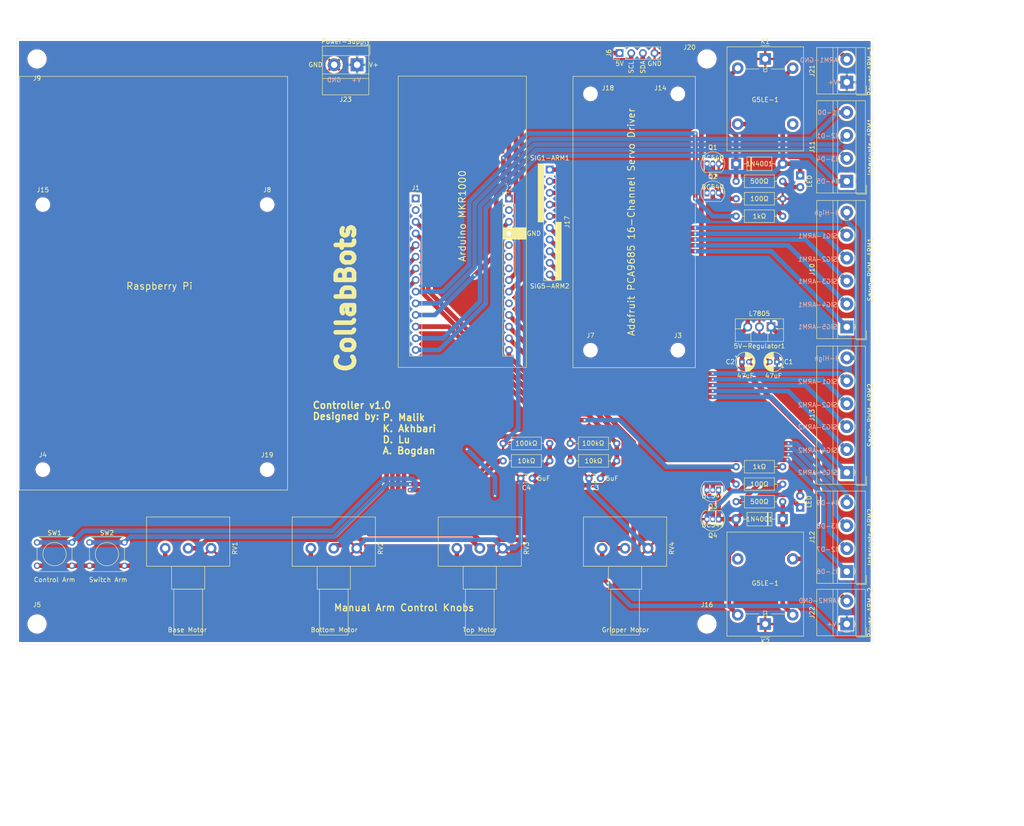
<source format=kicad_pcb>
(kicad_pcb (version 20171130) (host pcbnew "(5.1.2)-2")
  (layers (0 F.Cu signal) (31 B.Cu signal) (34 B.Paste user) (35 F.Paste user) (36 B.SilkS user) (37 F.SilkS user) (38 B.Mask user) (39 F.Mask user) (44 Edge.Cuts user))
  (net 0 "")
  (net 1 V-Relay)
  (net 2 GND)
  (net 3 V+)
  (net 4 A1)
  (net 5 "Net-(D1-Pad2)")
  (net 6 "Net-(D2-Pad2)")
  (net 7 "Net-(D3-Pad2)")
  (net 8 "Net-(D4-Pad2)")
  (net 9 D5)
  (net 10 D4)
  (net 11 D3)
  (net 12 D2)
  (net 13 D1)
  (net 14 D0)
  (net 15 A6)
  (net 16 A5)
  (net 17 A4)
  (net 18 A3)
  (net 19 A2)
  (net 20 A0)
  (net 21 AREF)
  (net 22 5V)
  (net 23 VIN)
  (net 24 Vcc)
  (net 25 RESET)
  (net 26 D14-Tx)
  (net 27 D13-Rx)
  (net 28 D12-SCL)
  (net 29 D11-SDA)
  (net 30 D10-MISO)
  (net 31 D9-SCK)
  (net 32 D8-MOSI)
  (net 33 D7)
  (net 34 D6)
  (net 35 /SIG5-ARM1)
  (net 36 /SIG4-ARM1)
  (net 37 /SIG3-ARM1)
  (net 38 /SIG2-ARM1)
  (net 39 /SIG1-ARM1)
  (net 40 /SIG5-ARM2)
  (net 41 /SIG4-ARM2)
  (net 42 /SIG3-ARM2)
  (net 43 /SIG2-ARM2)
  (net 44 /SIG1-ARM2)
  (net 45 ARM1-GND)
  (net 46 ARM2-GND)
  (net 47 "Net-(K1-Pad4)")
  (net 48 "Net-(K2-Pad4)")
  (net 49 "Net-(Q1-Pad2)")
  (net 50 "Net-(Q2-Pad2)")
  (net 51 "Net-(Q3-Pad3)")
  (net 52 "Net-(Q3-Pad2)")
  (net 53 "Net-(R9-Pad1)")
  (net 54 "Net-(R10-Pad1)")
  (module TerminalBlock_MetzConnect:TerminalBlock_MetzConnect_Type011_RT05502HBWC_1x02_P5.00mm_Horizontal (layer F.Cu) (at 124.38 27.94 180)
    (fp_text reference J23 (at 2.5 -7.56) (layer F.SilkS))
    (fp_text value Power-Supply (at 2.5 5.06) (layer F.SilkS))
    (pad 2 thru_hole circle (at 5 0 180) (size 2.8 2.8) (drill 1.4) (layers *.Cu *.Mask) (net 2 GND))
    (pad 1 thru_hole rect (at 0 0 180) (size 2.8 2.8) (drill 1.4) (layers *.Cu *.Mask) (net 3 V+))
  )
  (module Potentiometer_THT:Potentiometer_Alps_RK163_Single_Horizontal (layer F.Cu) (at 146.13 133.35 270)
    (fp_text reference RV3 (at 0 -15.2 90) (layer F.SilkS))
    (fp_text value R_POT)
    (pad 1 thru_hole circle (at 0 0 270) (size 2.34 2.34) (drill 1.3) (layers *.Cu *.Mask) (net 24 Vcc))
    (pad 2 thru_hole circle (at 0 -5 270) (size 2.34 2.34) (drill 1.3) (layers *.Cu *.Mask) (net 16 A5))
    (pad 3 thru_hole circle (at 0 -10 270) (size 2.34 2.34) (drill 1.3) (layers *.Cu *.Mask) (net 2 GND))
  )
  (module Button_Switch_THT:SW_Tactile_Straight_KSL0Axx1LFTR (layer F.Cu) (at 66.04 132.08)
    (fp_text reference SW2 (at 3.81 -2.08) (layer F.SilkS))
    (fp_text value Arm-Switch-Interrupt)
    (pad 2 thru_hole circle (at 0 5.08) (size 1.397 1.397) (drill 0.8128) (layers *.Cu *.Mask) (net 24 Vcc))
    (pad 1 thru_hole circle (at 0 0) (size 1.397 1.397) (drill 0.8128) (layers *.Cu *.Mask) (net 53 "Net-(R9-Pad1)"))
    (pad 2 thru_hole circle (at 7.62 5.08) (size 1.397 1.397) (drill 0.8128) (layers *.Cu *.Mask) (net 24 Vcc))
    (pad 1 thru_hole circle (at 7.62 0) (size 1.397 1.397) (drill 0.8128) (layers *.Cu *.Mask) (net 53 "Net-(R9-Pad1)"))
  )
  (module Resistor_THT:R_Axial_DIN0207_L6.3mm_D2.5mm_P10.16mm_Horizontal (layer F.Cu) (at 156.21 114.3)
    (fp_text reference R10)
    (fp_text value 10kΩ (at 5.08 0) (layer F.SilkS))
    (pad 2 thru_hole oval (at 10.16 0) (size 1.6 1.6) (drill 0.8) (layers *.Cu *.Mask) (net 4 A1))
    (pad 1 thru_hole circle (at 0 0) (size 1.6 1.6) (drill 0.8) (layers *.Cu *.Mask) (net 54 "Net-(R10-Pad1)"))
  )
  (module Resistor_THT:R_Axial_DIN0207_L6.3mm_D2.5mm_P10.16mm_Horizontal (layer F.Cu) (at 170.84 114.3)
    (fp_text reference R9)
    (fp_text value 10kΩ (at 5.08 0.005) (layer F.SilkS))
    (pad 2 thru_hole oval (at 10.16 0) (size 1.6 1.6) (drill 0.8) (layers *.Cu *.Mask) (net 19 A2))
    (pad 1 thru_hole circle (at 0 0) (size 1.6 1.6) (drill 0.8) (layers *.Cu *.Mask) (net 53 "Net-(R9-Pad1)"))
  )
  (module Resistor_THT:R_Axial_DIN0207_L6.3mm_D2.5mm_P10.16mm_Horizontal (layer F.Cu) (at 181.0004 110.49 180)
    (fp_text reference R8)
    (fp_text value 100kΩ (at 5.1566 0.0254) (layer F.SilkS))
    (pad 2 thru_hole oval (at 10.16 0 180) (size 1.6 1.6) (drill 0.8) (layers *.Cu *.Mask) (net 2 GND))
    (pad 1 thru_hole circle (at 0 0 180) (size 1.6 1.6) (drill 0.8) (layers *.Cu *.Mask) (net 19 A2))
  )
  (module Capacitor_THT:C_Disc_D3.0mm_W1.6mm_P2.50mm (layer F.Cu) (at 162.56 118.11 180)
    (fp_text reference C4 (at 1.25 -2.05) (layer F.SilkS))
    (fp_text value 5uF (at -2.54 0) (layer F.SilkS))
    (pad 2 thru_hole circle (at 2.5 0 180) (size 1.6 1.6) (drill 0.8) (layers *.Cu *.Mask) (net 2 GND))
    (pad 1 thru_hole circle (at 0 0 180) (size 1.6 1.6) (drill 0.8) (layers *.Cu *.Mask) (net 4 A1))
  )
  (module Capacitor_THT:C_Disc_D3.0mm_W1.6mm_P2.50mm (layer F.Cu) (at 177.4317 118.11 180)
    (fp_text reference C3 (at 1.25 -2.05) (layer F.SilkS))
    (fp_text value 5uF (at -2.54 0) (layer F.SilkS))
    (pad 2 thru_hole circle (at 2.5 0 180) (size 1.6 1.6) (drill 0.8) (layers *.Cu *.Mask) (net 2 GND))
    (pad 1 thru_hole circle (at 0 0 180) (size 1.6 1.6) (drill 0.8) (layers *.Cu *.Mask) (net 19 A2))
  )
  (module Button_Switch_THT:SW_Tactile_Straight_KSL0Axx1LFTR (layer F.Cu) (at 54.61 132.08)
    (fp_text reference SW1 (at 3.81 -2.08) (layer F.SilkS))
    (fp_text value Training-Mode-Interrupt)
    (pad 2 thru_hole circle (at 0 5.08) (size 1.397 1.397) (drill 0.8128) (layers *.Cu *.Mask) (net 24 Vcc))
    (pad 1 thru_hole circle (at 0 0) (size 1.397 1.397) (drill 0.8128) (layers *.Cu *.Mask) (net 54 "Net-(R10-Pad1)"))
    (pad 2 thru_hole circle (at 7.62 5.08) (size 1.397 1.397) (drill 0.8128) (layers *.Cu *.Mask) (net 24 Vcc))
    (pad 1 thru_hole circle (at 7.62 0) (size 1.397 1.397) (drill 0.8128) (layers *.Cu *.Mask) (net 54 "Net-(R10-Pad1)"))
  )
  (module Potentiometer_THT:Potentiometer_Alps_RK163_Single_Horizontal (layer F.Cu) (at 177.8 133.35 270)
    (fp_text reference RV4 (at 0 -15.2 90) (layer F.SilkS))
    (fp_text value R_POT)
    (pad 1 thru_hole circle (at 0 0 270) (size 2.34 2.34) (drill 1.3) (layers *.Cu *.Mask) (net 24 Vcc))
    (pad 2 thru_hole circle (at 0 -5 270) (size 2.34 2.34) (drill 1.3) (layers *.Cu *.Mask) (net 15 A6))
    (pad 3 thru_hole circle (at 0 -10 270) (size 2.34 2.34) (drill 1.3) (layers *.Cu *.Mask) (net 2 GND))
  )
  (module Potentiometer_THT:Potentiometer_Alps_RK163_Single_Horizontal (layer F.Cu) (at 114.3 133.35 270)
    (fp_text reference RV2 (at 0 -15.2 90) (layer F.SilkS))
    (fp_text value R_POT)
    (pad 1 thru_hole circle (at 0 0 270) (size 2.34 2.34) (drill 1.3) (layers *.Cu *.Mask) (net 24 Vcc))
    (pad 2 thru_hole circle (at 0 -5 270) (size 2.34 2.34) (drill 1.3) (layers *.Cu *.Mask) (net 17 A4))
    (pad 3 thru_hole circle (at 0 -10 270) (size 2.34 2.34) (drill 1.3) (layers *.Cu *.Mask) (net 2 GND))
  )
  (module Potentiometer_THT:Potentiometer_Alps_RK163_Single_Horizontal (layer F.Cu) (at 82.55 133.35 270)
    (fp_text reference RV1 (at 0 -15.2 90) (layer F.SilkS))
    (fp_text value R_POT)
    (pad 1 thru_hole circle (at 0 0 270) (size 2.34 2.34) (drill 1.3) (layers *.Cu *.Mask) (net 24 Vcc))
    (pad 2 thru_hole circle (at 0 -5 270) (size 2.34 2.34) (drill 1.3) (layers *.Cu *.Mask) (net 18 A3))
    (pad 3 thru_hole circle (at 0 -10 270) (size 2.34 2.34) (drill 1.3) (layers *.Cu *.Mask) (net 2 GND))
  )
  (module Resistor_THT:R_Axial_DIN0207_L6.3mm_D2.5mm_P10.16mm_Horizontal (layer F.Cu) (at 166.37 110.49 180)
    (fp_text reference R7)
    (fp_text value 100kΩ (at 5.08 0) (layer F.SilkS))
    (pad 2 thru_hole oval (at 10.16 0 180) (size 1.6 1.6) (drill 0.8) (layers *.Cu *.Mask) (net 2 GND))
    (pad 1 thru_hole circle (at 0 0 180) (size 1.6 1.6) (drill 0.8) (layers *.Cu *.Mask) (net 4 A1))
  )
  (module Resistor_THT:R_Axial_DIN0207_L6.3mm_D2.5mm_P10.16mm_Horizontal (layer F.Cu) (at 217.17 123.19 180)
    (fp_text reference R6)
    (fp_text value 500Ω (at 5.08 0) (layer F.SilkS))
    (pad 2 thru_hole oval (at 10.16 0 180) (size 1.6 1.6) (drill 0.8) (layers *.Cu *.Mask) (net 8 "Net-(D4-Pad2)"))
    (pad 1 thru_hole circle (at 0 0 180) (size 1.6 1.6) (drill 0.8) (layers *.Cu *.Mask) (net 1 V-Relay))
  )
  (module Resistor_THT:R_Axial_DIN0207_L6.3mm_D2.5mm_P10.16mm_Horizontal (layer F.Cu) (at 207.01 119.38)
    (fp_text reference R5)
    (fp_text value 100Ω (at 5.08 0) (layer F.SilkS))
    (pad 2 thru_hole oval (at 10.16 0) (size 1.6 1.6) (drill 0.8) (layers *.Cu *.Mask) (net 2 GND))
    (pad 1 thru_hole circle (at 0 0) (size 1.6 1.6) (drill 0.8) (layers *.Cu *.Mask) (net 51 "Net-(Q3-Pad3)"))
  )
  (module Resistor_THT:R_Axial_DIN0207_L6.3mm_D2.5mm_P10.16mm_Horizontal (layer F.Cu) (at 207.01 115.57)
    (fp_text reference R4)
    (fp_text value 1kΩ (at 5.08 0) (layer F.SilkS))
    (pad 2 thru_hole oval (at 10.16 0) (size 1.6 1.6) (drill 0.8) (layers *.Cu *.Mask) (net 52 "Net-(Q3-Pad2)"))
    (pad 1 thru_hole circle (at 0 0) (size 1.6 1.6) (drill 0.8) (layers *.Cu *.Mask) (net 11 D3))
  )
  (module Resistor_THT:R_Axial_DIN0207_L6.3mm_D2.5mm_P10.16mm_Horizontal (layer F.Cu) (at 207.01 53.34)
    (fp_text reference R3 hide)
    (fp_text value 500Ω (at 5.08 0) (layer F.SilkS))
    (pad 2 thru_hole oval (at 10.16 0) (size 1.6 1.6) (drill 0.8) (layers *.Cu *.Mask) (net 6 "Net-(D2-Pad2)"))
    (pad 1 thru_hole circle (at 0 0) (size 1.6 1.6) (drill 0.8) (layers *.Cu *.Mask) (net 1 V-Relay))
  )
  (module Resistor_THT:R_Axial_DIN0207_L6.3mm_D2.5mm_P10.16mm_Horizontal (layer F.Cu) (at 207.01 57.15)
    (fp_text reference R2 hide)
    (fp_text value 100Ω (at 5.08 0) (layer F.SilkS))
    (pad 2 thru_hole oval (at 10.16 0) (size 1.6 1.6) (drill 0.8) (layers *.Cu *.Mask) (net 2 GND))
    (pad 1 thru_hole circle (at 0 0) (size 1.6 1.6) (drill 0.8) (layers *.Cu *.Mask) (net 49 "Net-(Q1-Pad2)"))
  )
  (module Resistor_THT:R_Axial_DIN0207_L6.3mm_D2.5mm_P10.16mm_Horizontal (layer F.Cu) (at 207.01 60.96)
    (fp_text reference R1)
    (fp_text value 1kΩ (at 5.08 0) (layer F.SilkS))
    (pad 2 thru_hole oval (at 10.16 0) (size 1.6 1.6) (drill 0.8) (layers *.Cu *.Mask) (net 50 "Net-(Q2-Pad2)"))
    (pad 1 thru_hole circle (at 0 0) (size 1.6 1.6) (drill 0.8) (layers *.Cu *.Mask) (net 12 D2))
  )
  (module Package_TO_SOT_THT:TO-92_Inline (layer F.Cu) (at 203.2 127 180)
    (fp_text reference Q4 (at 1.27 -3.56) (layer F.SilkS))
    (fp_text value BC549 (at 1.27 -1.27) (layer F.SilkS))
    (pad 1 thru_hole rect (at 0 0 180) (size 1.05 1.5) (drill 0.75) (layers *.Cu *.Mask) (net 7 "Net-(D3-Pad2)"))
    (pad 3 thru_hole oval (at 2.54 0 180) (size 1.05 1.5) (drill 0.75) (layers *.Cu *.Mask) (net 2 GND))
    (pad 2 thru_hole oval (at 1.27 0 180) (size 1.05 1.5) (drill 0.75) (layers *.Cu *.Mask) (net 51 "Net-(Q3-Pad3)"))
  )
  (module Package_TO_SOT_THT:TO-92_Inline (layer F.Cu) (at 203.2 120.65 180)
    (fp_text reference Q3 (at 1.27 -3.56) (layer F.SilkS))
    (fp_text value BC549 (at 1.27 -1.27) (layer F.SilkS))
    (pad 1 thru_hole rect (at 0 0 180) (size 1.05 1.5) (drill 0.75) (layers *.Cu *.Mask) (net 7 "Net-(D3-Pad2)"))
    (pad 3 thru_hole oval (at 2.54 0 180) (size 1.05 1.5) (drill 0.75) (layers *.Cu *.Mask) (net 51 "Net-(Q3-Pad3)"))
    (pad 2 thru_hole oval (at 1.27 0 180) (size 1.05 1.5) (drill 0.75) (layers *.Cu *.Mask) (net 52 "Net-(Q3-Pad2)"))
  )
  (module Package_TO_SOT_THT:TO-92_Inline (layer F.Cu) (at 200.66 55.88)
    (fp_text reference Q2 (at 1.27 -3.56) (layer F.SilkS))
    (fp_text value BC549 (at 1.27 -1.27) (layer F.SilkS))
    (pad 1 thru_hole rect (at 0 0) (size 1.05 1.5) (drill 0.75) (layers *.Cu *.Mask) (net 5 "Net-(D1-Pad2)"))
    (pad 3 thru_hole oval (at 2.54 0) (size 1.05 1.5) (drill 0.75) (layers *.Cu *.Mask) (net 49 "Net-(Q1-Pad2)"))
    (pad 2 thru_hole oval (at 1.27 0) (size 1.05 1.5) (drill 0.75) (layers *.Cu *.Mask) (net 50 "Net-(Q2-Pad2)"))
  )
  (module Package_TO_SOT_THT:TO-92_Inline (layer F.Cu) (at 200.66 49.53)
    (fp_text reference Q1 (at 1.27 -3.56) (layer F.SilkS))
    (fp_text value BC549 (at 1.27 -1.27) (layer F.SilkS))
    (pad 1 thru_hole rect (at 0 0) (size 1.05 1.5) (drill 0.75) (layers *.Cu *.Mask) (net 5 "Net-(D1-Pad2)"))
    (pad 3 thru_hole oval (at 2.54 0) (size 1.05 1.5) (drill 0.75) (layers *.Cu *.Mask) (net 2 GND))
    (pad 2 thru_hole oval (at 1.27 0) (size 1.05 1.5) (drill 0.75) (layers *.Cu *.Mask) (net 49 "Net-(Q1-Pad2)"))
  )
  (module Relay_THT:Relay_SPDT_Omron-G5LE-1 (layer F.Cu) (at 213.36 149.86 180)
    (fp_text reference K2 (at 0 -3.8) (layer F.SilkS))
    (fp_text value G5LE-1 (at 0 8.89) (layer F.SilkS))
    (pad 1 thru_hole rect (at 0 0 180) (size 2.5 2.5) (drill 1.3) (layers *.Cu *.Mask) (net 2 GND))
    (pad 2 thru_hole oval (at -6 2 180) (size 2.5 2.5) (drill 1.3) (layers *.Cu *.Mask) (net 1 V-Relay))
    (pad 3 thru_hole oval (at -6 14.2 180) (size 2.5 2.5) (drill 1.3) (layers *.Cu *.Mask) (net 46 ARM2-GND))
    (pad 4 thru_hole oval (at 6 14.2 180) (size 2.5 2.5) (drill 1.3) (layers *.Cu *.Mask) (net 48 "Net-(K2-Pad4)"))
    (pad 5 thru_hole oval (at 6 2 180) (size 2.5 2.5) (drill 1.3) (layers *.Cu *.Mask) (net 7 "Net-(D3-Pad2)"))
  )
  (module Relay_THT:Relay_SPDT_Omron-G5LE-1 (layer F.Cu) (at 213.36 26.67)
    (fp_text reference K1 (at 0 -3.8) (layer F.SilkS))
    (fp_text value G5LE-1 (at 0 8.89) (layer F.SilkS))
    (pad 5 thru_hole oval (at 6 2) (size 2.5 2.5) (drill 1.3) (layers *.Cu *.Mask) (net 5 "Net-(D1-Pad2)"))
    (pad 4 thru_hole oval (at 6 14.2) (size 2.5 2.5) (drill 1.3) (layers *.Cu *.Mask) (net 47 "Net-(K1-Pad4)"))
    (pad 3 thru_hole oval (at -6 14.2) (size 2.5 2.5) (drill 1.3) (layers *.Cu *.Mask) (net 45 ARM1-GND))
    (pad 2 thru_hole oval (at -6 2) (size 2.5 2.5) (drill 1.3) (layers *.Cu *.Mask) (net 1 V-Relay))
    (pad 1 thru_hole rect (at 0 0) (size 2.5 2.5) (drill 1.3) (layers *.Cu *.Mask) (net 2 GND))
  )
  (module TerminalBlock_MetzConnect:TerminalBlock_MetzConnect_Type011_RT05502HBWC_1x02_P5.00mm_Horizontal (layer F.Cu) (at 231.14 149.86 90)
    (fp_text reference J22 (at 2.5 -7.56 90) (layer F.SilkS))
    (fp_text value Power-ARM-2 (at 2.5 5.06 90) (layer F.SilkS))
    (pad 2 thru_hole circle (at 5 0 90) (size 2.8 2.8) (drill 1.4) (layers *.Cu *.Mask) (net 46 ARM2-GND))
    (pad 1 thru_hole rect (at 0 0 90) (size 2.8 2.8) (drill 1.4) (layers *.Cu *.Mask) (net 3 V+))
  )
  (module TerminalBlock_MetzConnect:TerminalBlock_MetzConnect_Type011_RT05502HBWC_1x02_P5.00mm_Horizontal (layer F.Cu) (at 231.14 31.75 90)
    (fp_text reference J21 (at 2.5 -7.56 90) (layer F.SilkS))
    (fp_text value Power-ARM-1 (at 2.5 5.06 90) (layer F.SilkS))
    (pad 2 thru_hole circle (at 5 0 90) (size 2.8 2.8) (drill 1.4) (layers *.Cu *.Mask) (net 45 ARM1-GND))
    (pad 1 thru_hole rect (at 0 0 90) (size 2.8 2.8) (drill 1.4) (layers *.Cu *.Mask) (net 3 V+))
  )
  (module MountingHole:MountingHole_3.2mm_M3 (layer F.Cu) (at 200.66 26.67)
    (fp_text reference J20 (at -3.81 -2.54) (layer F.SilkS))
    (fp_text value Board-Mounting-Pin)
    (pad 1 np_thru_hole circle (at 0 0) (size 3.2 3.2) (drill 3.2) (layers *.Cu *.Mask))
  )
  (module MountingHole:MountingHole_2.2mm_M2 (layer F.Cu) (at 104.775 116.205)
    (fp_text reference J19 (at 0 -3.2) (layer F.SilkS))
    (fp_text value RPi-Mounting-Pin)
    (pad 1 np_thru_hole circle (at 0 0) (size 2.2 2.2) (drill 2.2) (layers *.Cu *.Mask))
  )
  (module MountingHole:MountingHole_2.2mm_M2 (layer F.Cu) (at 175.26 34.29)
    (fp_text reference J18 (at 3.81 -1.27) (layer F.SilkS))
    (fp_text value PCA9685-Mounting-Pin)
    (pad 1 np_thru_hole circle (at 0 0) (size 2.2 2.2) (drill 2.2) (layers *.Cu *.Mask))
  )
  (module Connector_PinHeader_2.54mm:PinHeader_1x10_P2.54mm_Vertical (layer F.Cu) (at 166.37 50.8)
    (fp_text reference J17 (at 3.81 11.43 90) (layer F.SilkS))
    (fp_text value PCA9685-Servo-Signals)
    (pad 10 thru_hole oval (at 0 22.86) (size 1.7 1.7) (drill 1) (layers *.Cu *.Mask) (net 40 /SIG5-ARM2))
    (pad 9 thru_hole oval (at 0 20.32) (size 1.7 1.7) (drill 1) (layers *.Cu *.Mask) (net 41 /SIG4-ARM2))
    (pad 8 thru_hole oval (at 0 17.78) (size 1.7 1.7) (drill 1) (layers *.Cu *.Mask) (net 42 /SIG3-ARM2))
    (pad 7 thru_hole oval (at 0 15.24) (size 1.7 1.7) (drill 1) (layers *.Cu *.Mask) (net 43 /SIG2-ARM2))
    (pad 6 thru_hole oval (at 0 12.7) (size 1.7 1.7) (drill 1) (layers *.Cu *.Mask) (net 44 /SIG1-ARM2))
    (pad 5 thru_hole oval (at 0 10.16) (size 1.7 1.7) (drill 1) (layers *.Cu *.Mask) (net 35 /SIG5-ARM1))
    (pad 4 thru_hole oval (at 0 7.62) (size 1.7 1.7) (drill 1) (layers *.Cu *.Mask) (net 36 /SIG4-ARM1))
    (pad 3 thru_hole oval (at 0 5.08) (size 1.7 1.7) (drill 1) (layers *.Cu *.Mask) (net 37 /SIG3-ARM1))
    (pad 2 thru_hole oval (at 0 2.54) (size 1.7 1.7) (drill 1) (layers *.Cu *.Mask) (net 38 /SIG2-ARM1))
    (pad 1 thru_hole rect (at 0 0) (size 1.7 1.7) (drill 1) (layers *.Cu *.Mask) (net 39 /SIG1-ARM1))
  )
  (module MountingHole:MountingHole_3.2mm_M3 (layer F.Cu) (at 200.66 149.86)
    (fp_text reference J16 (at 0 -4.2) (layer F.SilkS))
    (fp_text value Board-Mounting-Pin)
    (pad 1 np_thru_hole circle (at 0 0) (size 3.2 3.2) (drill 3.2) (layers *.Cu *.Mask))
  )
  (module MountingHole:MountingHole_2.2mm_M2 (layer F.Cu) (at 55.88 58.42)
    (fp_text reference J15 (at 0 -3.2) (layer F.SilkS))
    (fp_text value RPi-Mounting-Pin)
    (pad 1 np_thru_hole circle (at 0 0) (size 2.2 2.2) (drill 2.2) (layers *.Cu *.Mask))
  )
  (module MountingHole:MountingHole_2.2mm_M2 (layer F.Cu) (at 194.31 34.29)
    (fp_text reference J14 (at -3.81 -1.27) (layer F.SilkS))
    (fp_text value PCA9685-Mounting-Pin)
    (pad 1 np_thru_hole circle (at 0 0) (size 2.2 2.2) (drill 2.2) (layers *.Cu *.Mask))
  )
  (module TerminalBlock_MetzConnect:TerminalBlock_MetzConnect_Type011_RT05506HBWC_1x06_P5.00mm_Horizontal (layer F.Cu) (at 231.14 116.84 90)
    (fp_text reference J13 (at 12.5 -7.56 90) (layer F.SilkS))
    (fp_text value Servo-PWM-ARM2 (at 12.5 5.06 90) (layer F.SilkS))
    (pad 6 thru_hole circle (at 25 0 90) (size 2.8 2.8) (drill 1.4) (layers *.Cu *.Mask) (net 24 Vcc))
    (pad 5 thru_hole circle (at 20 0 90) (size 2.8 2.8) (drill 1.4) (layers *.Cu *.Mask) (net 44 /SIG1-ARM2))
    (pad 4 thru_hole circle (at 15 0 90) (size 2.8 2.8) (drill 1.4) (layers *.Cu *.Mask) (net 43 /SIG2-ARM2))
    (pad 3 thru_hole circle (at 10 0 90) (size 2.8 2.8) (drill 1.4) (layers *.Cu *.Mask) (net 42 /SIG3-ARM2))
    (pad 2 thru_hole circle (at 5 0 90) (size 2.8 2.8) (drill 1.4) (layers *.Cu *.Mask) (net 41 /SIG4-ARM2))
    (pad 1 thru_hole rect (at 0 0 90) (size 2.8 2.8) (drill 1.4) (layers *.Cu *.Mask) (net 40 /SIG5-ARM2))
  )
  (module TerminalBlock_MetzConnect:TerminalBlock_MetzConnect_Type011_RT05504HBWC_1x04_P5.00mm_Horizontal (layer F.Cu) (at 231.14 138.43 90)
    (fp_text reference J12 (at 7.5 -7.56 90) (layer F.SilkS))
    (fp_text value Interrupts-ARM2 (at 7.5 5.06 90) (layer F.SilkS))
    (pad 4 thru_hole circle (at 15 0 90) (size 2.8 2.8) (drill 1.4) (layers *.Cu *.Mask) (net 31 D9-SCK))
    (pad 3 thru_hole circle (at 10 0 90) (size 2.8 2.8) (drill 1.4) (layers *.Cu *.Mask) (net 32 D8-MOSI))
    (pad 2 thru_hole circle (at 5 0 90) (size 2.8 2.8) (drill 1.4) (layers *.Cu *.Mask) (net 33 D7))
    (pad 1 thru_hole rect (at 0 0 90) (size 2.8 2.8) (drill 1.4) (layers *.Cu *.Mask) (net 34 D6))
  )
  (module TerminalBlock_MetzConnect:TerminalBlock_MetzConnect_Type011_RT05504HBWC_1x04_P5.00mm_Horizontal (layer F.Cu) (at 231.14 53.34 90)
    (fp_text reference J11 (at 7.5 -7.56 90) (layer F.SilkS))
    (fp_text value Interrupts-ARM1 (at 7.5 5.06 90) (layer F.SilkS))
    (pad 4 thru_hole circle (at 15 0 90) (size 2.8 2.8) (drill 1.4) (layers *.Cu *.Mask) (net 14 D0))
    (pad 3 thru_hole circle (at 10 0 90) (size 2.8 2.8) (drill 1.4) (layers *.Cu *.Mask) (net 13 D1))
    (pad 2 thru_hole circle (at 5 0 90) (size 2.8 2.8) (drill 1.4) (layers *.Cu *.Mask) (net 10 D4))
    (pad 1 thru_hole rect (at 0 0 90) (size 2.8 2.8) (drill 1.4) (layers *.Cu *.Mask) (net 9 D5))
  )
  (module TerminalBlock_MetzConnect:TerminalBlock_MetzConnect_Type011_RT05506HBWC_1x06_P5.00mm_Horizontal (layer F.Cu) (at 231.14 85.09 90)
    (fp_text reference J10 (at 12.5 -7.56 90) (layer F.SilkS))
    (fp_text value Servo-PWM-ARM1 (at 12.5 5.06 90) (layer F.SilkS))
    (pad 6 thru_hole circle (at 25 0 90) (size 2.8 2.8) (drill 1.4) (layers *.Cu *.Mask) (net 24 Vcc))
    (pad 5 thru_hole circle (at 20 0 90) (size 2.8 2.8) (drill 1.4) (layers *.Cu *.Mask) (net 39 /SIG1-ARM1))
    (pad 4 thru_hole circle (at 15 0 90) (size 2.8 2.8) (drill 1.4) (layers *.Cu *.Mask) (net 38 /SIG2-ARM1))
    (pad 3 thru_hole circle (at 10 0 90) (size 2.8 2.8) (drill 1.4) (layers *.Cu *.Mask) (net 37 /SIG3-ARM1))
    (pad 2 thru_hole circle (at 5 0 90) (size 2.8 2.8) (drill 1.4) (layers *.Cu *.Mask) (net 36 /SIG4-ARM1))
    (pad 1 thru_hole rect (at 0 0 90) (size 2.8 2.8) (drill 1.4) (layers *.Cu *.Mask) (net 35 /SIG5-ARM1))
  )
  (module MountingHole:MountingHole_3.2mm_M3 (layer F.Cu) (at 54.61 26.67 180)
    (fp_text reference J9 (at 0 -4.2) (layer F.SilkS))
    (fp_text value Board-Mounting-Pin)
    (pad 1 np_thru_hole circle (at 0 0 180) (size 3.2 3.2) (drill 3.2) (layers *.Cu *.Mask))
  )
  (module MountingHole:MountingHole_2.2mm_M2 (layer F.Cu) (at 104.775 58.42)
    (fp_text reference J8 (at 0 -3.2) (layer F.SilkS))
    (fp_text value RPi-Mounting-Pin)
    (pad 1 np_thru_hole circle (at 0 0) (size 2.2 2.2) (drill 2.2) (layers *.Cu *.Mask))
  )
  (module MountingHole:MountingHole_2.2mm_M2 (layer F.Cu) (at 175.26 90.17)
    (fp_text reference J7 (at 0 -3.2) (layer F.SilkS))
    (fp_text value PCA9685-Mounting-Pin)
    (pad 1 np_thru_hole circle (at 0 0) (size 2.2 2.2) (drill 2.2) (layers *.Cu *.Mask))
  )
  (module Connector_PinHeader_2.54mm:PinHeader_1x04_P2.54mm_Vertical (layer F.Cu) (at 181.61 25.4 90)
    (fp_text reference J6 (at 0 -2.33 90) (layer F.SilkS))
    (fp_text value PCA9685-Connection-Signals)
    (pad 4 thru_hole oval (at 0 7.62 90) (size 1.7 1.7) (drill 1) (layers *.Cu *.Mask) (net 2 GND))
    (pad 3 thru_hole oval (at 0 5.08 90) (size 1.7 1.7) (drill 1) (layers *.Cu *.Mask) (net 29 D11-SDA))
    (pad 2 thru_hole oval (at 0 2.54 90) (size 1.7 1.7) (drill 1) (layers *.Cu *.Mask) (net 28 D12-SCL))
    (pad 1 thru_hole rect (at 0 0 90) (size 1.7 1.7) (drill 1) (layers *.Cu *.Mask) (net 22 5V))
  )
  (module MountingHole:MountingHole_3.2mm_M3 (layer F.Cu) (at 54.61 149.86)
    (fp_text reference J5 (at 0 -4.2) (layer F.SilkS))
    (fp_text value Board-Mounting-Pin)
    (pad 1 np_thru_hole circle (at 0 0) (size 3.2 3.2) (drill 3.2) (layers *.Cu *.Mask))
  )
  (module MountingHole:MountingHole_2.2mm_M2 (layer F.Cu) (at 55.88 116.205)
    (fp_text reference J4 (at 0 -3.2) (layer F.SilkS))
    (fp_text value RPi-Mounting-Pin)
    (pad 1 np_thru_hole circle (at 0 0) (size 2.2 2.2) (drill 2.2) (layers *.Cu *.Mask))
  )
  (module MountingHole:MountingHole_2.2mm_M2 (layer F.Cu) (at 194.31 90.17)
    (fp_text reference J3 (at 0 -3.2) (layer F.SilkS))
    (fp_text value PCA9685-Mounting-Pin)
    (pad 1 np_thru_hole circle (at 0 0) (size 2.2 2.2) (drill 2.2) (layers *.Cu *.Mask))
  )
  (module Connector_PinHeader_2.54mm:PinHeader_1x14_P2.54mm_Vertical (layer F.Cu) (at 157.48 57.09)
    (fp_text reference J2 (at 0 -2.33) (layer F.SilkS))
    (fp_text value MKR1000-Right)
    (pad 14 thru_hole oval (at 0 33.02) (size 1.7 1.7) (drill 1) (layers *.Cu *.Mask) (net 34 D6))
    (pad 13 thru_hole oval (at 0 30.48) (size 1.7 1.7) (drill 1) (layers *.Cu *.Mask) (net 33 D7))
    (pad 12 thru_hole oval (at 0 27.94) (size 1.7 1.7) (drill 1) (layers *.Cu *.Mask) (net 32 D8-MOSI))
    (pad 11 thru_hole oval (at 0 25.4) (size 1.7 1.7) (drill 1) (layers *.Cu *.Mask) (net 31 D9-SCK))
    (pad 10 thru_hole oval (at 0 22.86) (size 1.7 1.7) (drill 1) (layers *.Cu *.Mask) (net 30 D10-MISO))
    (pad 9 thru_hole oval (at 0 20.32) (size 1.7 1.7) (drill 1) (layers *.Cu *.Mask) (net 29 D11-SDA))
    (pad 8 thru_hole oval (at 0 17.78) (size 1.7 1.7) (drill 1) (layers *.Cu *.Mask) (net 28 D12-SCL))
    (pad 7 thru_hole oval (at 0 15.24) (size 1.7 1.7) (drill 1) (layers *.Cu *.Mask) (net 27 D13-Rx))
    (pad 6 thru_hole oval (at 0 12.7) (size 1.7 1.7) (drill 1) (layers *.Cu *.Mask) (net 26 D14-Tx))
    (pad 5 thru_hole oval (at 0 10.16) (size 1.7 1.7) (drill 1) (layers *.Cu *.Mask) (net 25 RESET))
    (pad 4 thru_hole oval (at 0 7.62) (size 1.7 1.7) (drill 1) (layers *.Cu *.Mask) (net 2 GND))
    (pad 3 thru_hole oval (at 0 5.08) (size 1.7 1.7) (drill 1) (layers *.Cu *.Mask) (net 24 Vcc))
    (pad 2 thru_hole oval (at 0 2.54) (size 1.7 1.7) (drill 1) (layers *.Cu *.Mask) (net 23 VIN))
    (pad 1 thru_hole rect (at 0 0) (size 1.7 1.7) (drill 1) (layers *.Cu *.Mask) (net 22 5V))
  )
  (module Connector_PinHeader_2.54mm:PinHeader_1x14_P2.54mm_Vertical (layer F.Cu) (at 137.16 57.09)
    (fp_text reference J1 (at 0 -2.33) (layer F.SilkS))
    (fp_text value MKR1000-Left)
    (pad 14 thru_hole oval (at 0 33.02) (size 1.7 1.7) (drill 1) (layers *.Cu *.Mask) (net 9 D5))
    (pad 13 thru_hole oval (at 0 30.48) (size 1.7 1.7) (drill 1) (layers *.Cu *.Mask) (net 10 D4))
    (pad 12 thru_hole oval (at 0 27.94) (size 1.7 1.7) (drill 1) (layers *.Cu *.Mask) (net 11 D3))
    (pad 11 thru_hole oval (at 0 25.4) (size 1.7 1.7) (drill 1) (layers *.Cu *.Mask) (net 12 D2))
    (pad 10 thru_hole oval (at 0 22.86) (size 1.7 1.7) (drill 1) (layers *.Cu *.Mask) (net 13 D1))
    (pad 9 thru_hole oval (at 0 20.32) (size 1.7 1.7) (drill 1) (layers *.Cu *.Mask) (net 14 D0))
    (pad 8 thru_hole oval (at 0 17.78) (size 1.7 1.7) (drill 1) (layers *.Cu *.Mask) (net 15 A6))
    (pad 7 thru_hole oval (at 0 15.24) (size 1.7 1.7) (drill 1) (layers *.Cu *.Mask) (net 16 A5))
    (pad 6 thru_hole oval (at 0 12.7) (size 1.7 1.7) (drill 1) (layers *.Cu *.Mask) (net 17 A4))
    (pad 5 thru_hole oval (at 0 10.16) (size 1.7 1.7) (drill 1) (layers *.Cu *.Mask) (net 18 A3))
    (pad 4 thru_hole oval (at 0 7.62) (size 1.7 1.7) (drill 1) (layers *.Cu *.Mask) (net 19 A2))
    (pad 3 thru_hole oval (at 0 5.08) (size 1.7 1.7) (drill 1) (layers *.Cu *.Mask) (net 4 A1))
    (pad 2 thru_hole oval (at 0 2.54) (size 1.7 1.7) (drill 1) (layers *.Cu *.Mask) (net 20 A0))
    (pad 1 thru_hole rect (at 0 0) (size 1.7 1.7) (drill 1) (layers *.Cu *.Mask) (net 21 AREF))
  )
  (module LED_THT:LED_Rectangular_W3.9mm_H1.8mm_FlatTop (layer F.Cu) (at 220.98 124.46 90)
    (fp_text reference D4)
    (fp_text value LED (at 1.27 1.935 90) (layer F.SilkS))
    (pad 2 thru_hole circle (at 2.54 0 90) (size 1.8 1.8) (drill 0.9) (layers *.Cu *.Mask) (net 8 "Net-(D4-Pad2)"))
    (pad 1 thru_hole rect (at 0 0 90) (size 1.8 1.8) (drill 0.9) (layers *.Cu *.Mask) (net 7 "Net-(D3-Pad2)"))
  )
  (module Diode_THT:D_DO-41_SOD81_P10.16mm_Horizontal (layer F.Cu) (at 217.17 127 180)
    (fp_text reference D3)
    (fp_text value 1N4001 (at 5.08 0) (layer F.SilkS))
    (pad 2 thru_hole oval (at 10.16 0 180) (size 2.2 2.2) (drill 1.1) (layers *.Cu *.Mask) (net 7 "Net-(D3-Pad2)"))
    (pad 1 thru_hole rect (at 0 0 180) (size 2.2 2.2) (drill 1.1) (layers *.Cu *.Mask) (net 1 V-Relay))
  )
  (module LED_THT:LED_Rectangular_W3.9mm_H1.8mm_FlatTop (layer F.Cu) (at 220.98 52.07 270)
    (fp_text reference D2)
    (fp_text value LED (at 1.27 -2.02 90) (layer F.SilkS))
    (pad 2 thru_hole circle (at 2.54 0 270) (size 1.8 1.8) (drill 0.9) (layers *.Cu *.Mask) (net 6 "Net-(D2-Pad2)"))
    (pad 1 thru_hole rect (at 0 0 270) (size 1.8 1.8) (drill 0.9) (layers *.Cu *.Mask) (net 5 "Net-(D1-Pad2)"))
  )
  (module Diode_THT:D_DO-41_SOD81_P10.16mm_Horizontal (layer F.Cu) (at 207.01 49.53)
    (fp_text reference D1 hide)
    (fp_text value 1N4001 (at 5.08 0) (layer F.SilkS))
    (pad 2 thru_hole oval (at 10.16 0) (size 2.2 2.2) (drill 1.1) (layers *.Cu *.Mask) (net 5 "Net-(D1-Pad2)"))
    (pad 1 thru_hole rect (at 0 0) (size 2.2 2.2) (drill 1.1) (layers *.Cu *.Mask) (net 1 V-Relay))
  )
  (module Capacitor_THT:CP_Radial_D4.0mm_P1.50mm (layer F.Cu) (at 208.28 92.71)
    (fp_text reference C2 (at -2.54 0) (layer F.SilkS))
    (fp_text value 47uF (at 0.75 3.048) (layer F.SilkS))
    (pad 2 thru_hole circle (at 1.5 0) (size 1.2 1.2) (drill 0.6) (layers *.Cu *.Mask) (net 2 GND))
    (pad 1 thru_hole rect (at 0 0) (size 1.2 1.2) (drill 0.6) (layers *.Cu *.Mask) (net 1 V-Relay))
  )
  (module Capacitor_THT:CP_Radial_D4.0mm_P1.50mm (layer F.Cu) (at 215.9 92.71 180)
    (fp_text reference C1 (at -2.54 0) (layer F.SilkS))
    (fp_text value 47uF (at 0.75 -3.048) (layer F.SilkS))
    (pad 2 thru_hole circle (at 1.5 0 180) (size 1.2 1.2) (drill 0.6) (layers *.Cu *.Mask) (net 2 GND))
    (pad 1 thru_hole rect (at 0 0 180) (size 1.2 1.2) (drill 0.6) (layers *.Cu *.Mask) (net 3 V+))
  )
  (module Package_TO_SOT_THT:TO-220F-3_Vertical (layer F.Cu) (at 214.63 85.09 180)
    (fp_text reference 5V-Regulator1 (at 2.54 -4.1675) (layer F.SilkS))
    (fp_text value L7805 (at 2.54 2.9025) (layer F.SilkS))
    (pad 3 thru_hole oval (at 5.08 0 180) (size 1.905 2) (drill 1.2) (layers *.Cu *.Mask) (net 1 V-Relay))
    (pad 2 thru_hole oval (at 2.54 0 180) (size 1.905 2) (drill 1.2) (layers *.Cu *.Mask) (net 2 GND))
    (pad 1 thru_hole rect (at 0 0 180) (size 1.905 2) (drill 1.2) (layers *.Cu *.Mask) (net 3 V+))
  )
  (gr_text GND (at 189.23 27.686) (layer F.SilkS) (effects (font (size 1 1))))
  (gr_text SDA (at 186.69 28.448 90) (layer F.SilkS) (effects (font (size 1 1))))
  (gr_text SCL (at 184.15 28.448 90) (layer F.SilkS) (effects (font (size 1 1))))
  (gr_text 5V (at 181.61 27.686) (layer F.SilkS) (effects (font (size 1 1))))
  (gr_text GND (at 119.38 31.242) (layer B.SilkS) (effects (font (size 1 1)) (justify mirror)))
  (gr_text V+ (at 124.206 31.242) (layer B.SilkS) (effects (font (size 1 1)) (justify mirror)))
  (gr_text SIG5-ARM2 (at 224.79 116.84) (layer B.SilkS) (effects (font (size 1 1)) (justify mirror)))
  (gr_text SIG4-ARM2 (at 224.79 112.014) (layer B.SilkS) (effects (font (size 1 1)) (justify mirror)))
  (gr_text SIG3-ARM2 (at 224.79 106.934) (layer B.SilkS) (effects (font (size 1 1)) (justify mirror)))
  (gr_text SIG2-ARM2 (at 224.79 102.108) (layer B.SilkS) (effects (font (size 1 1)) (justify mirror)))
  (gr_text SIG1-ARM2 (at 224.79 97.028) (layer B.SilkS) (effects (font (size 1 1)) (justify mirror)))
  (gr_text I-High (at 226.568 91.948) (layer B.SilkS) (effects (font (size 1 1)) (justify mirror)))
  (gr_text SIG5-ARM1 (at 224.79 85.09) (layer B.SilkS) (effects (font (size 1 1)) (justify mirror)))
  (gr_text SIG4-ARM1 (at 224.79 80.264) (layer B.SilkS) (effects (font (size 1 1)) (justify mirror)))
  (gr_text SIG3-ARM1 (at 224.79 75.184) (layer B.SilkS) (effects (font (size 1 1)) (justify mirror)))
  (gr_text SIG2-ARM1 (at 224.79 70.358) (layer B.SilkS) (effects (font (size 1 1)) (justify mirror)))
  (gr_text SIG1-ARM1 (at 224.79 65.278) (layer B.SilkS) (effects (font (size 1 1)) (justify mirror)))
  (gr_text I-High (at 226.568 60.198) (layer B.SilkS) (effects (font (size 1 1)) (justify mirror)))
  (gr_text I1-D6 (at 226.822 138.43) (layer B.SilkS) (effects (font (size 1 1)) (justify mirror)))
  (gr_text I2-D7 (at 226.822 133.604) (layer B.SilkS) (effects (font (size 1 1)) (justify mirror)))
  (gr_text I3-D8 (at 226.822 128.524) (layer B.SilkS) (effects (font (size 1 1)) (justify mirror)))
  (gr_text I4-D9 (at 226.822 123.444) (layer B.SilkS) (effects (font (size 1 1)) (justify mirror)))
  (gr_text I4-D5 (at 226.822 53.34) (layer B.SilkS) (effects (font (size 1 1)) (justify mirror)))
  (gr_text I3-D4 (at 226.822 48.514) (layer B.SilkS) (effects (font (size 1 1)) (justify mirror)))
  (gr_text I2-D1 (at 226.822 43.434) (layer B.SilkS) (effects (font (size 1 1)) (justify mirror)))
  (gr_text I1-D0 (at 227.076 38.354) (layer B.SilkS) (effects (font (size 1 1)) (justify mirror)))
  (gr_text ARM2-GND (at 224.79 144.78) (layer B.SilkS) (effects (font (size 1 1)) (justify mirror)))
  (gr_text V+ (at 227.838 149.86) (layer B.SilkS) (effects (font (size 1 1)) (justify mirror)))
  (gr_text ARM1-GND (at 225.044 26.924) (layer B.SilkS) (effects (font (size 1 1)) (justify mirror)))
  (gr_text V+ (at 228.092 31.75) (layer B.SilkS) (effects (font (size 1 1)) (justify mirror)))
  (gr_text "P. Malik\nK. Akhbari\nD. Lu\nA. Bogdan" (at 129.794 108.458) (layer F.SilkS) (effects (font (size 1.5 1.5) (thickness 0.3)) (justify left)))
  (gr_text "Controller v1.0\nDesigned by:" (at 114.554 103.378) (layer F.SilkS) (effects (font (size 1.5 1.5) (thickness 0.3)) (justify left)))
  (gr_text CollabBots (at 121.92 78.74 90) (layer F.SilkS) (effects (font (size 4 4) (thickness 1))))
  (gr_text "Gripper Motor" (at 182.88 151.13) (layer F.SilkS) (effects (font (size 1 1))))
  (gr_text "Top Motor" (at 151.13 151.13) (layer F.SilkS) (effects (font (size 1 1))))
  (gr_text "Bottom Motor" (at 119.38 151.13) (layer F.SilkS) (effects (font (size 1 1))))
  (gr_text "Base Motor" (at 87.376 151.13) (layer F.SilkS) (effects (font (size 1 1))))
  (gr_text "Manual Arm Control Knobs" (at 134.62 146.304) (layer F.SilkS) (effects (font (size 1.5 1.5) (thickness 0.25))))
  (gr_text "Switch Arm" (at 70.104 140.208) (layer F.SilkS) (effects (font (size 1 1))))
  (gr_text "Control Arm" (at 58.42 140.208) (layer F.SilkS) (effects (font (size 1 1))))
  (gr_text GND (at 115.316 27.94) (layer F.SilkS) (effects (font (size 1 1))))
  (gr_text V+ (at 128.016 27.94) (layer F.SilkS) (effects (font (size 1 1))))
  (gr_line (start 133.35 30.42) (end 133.35 93.92) (layer F.SilkS) (width 0.12))
  (gr_text SIG5-ARM2 (at 166.37 76.2) (layer F.SilkS) (effects (font (size 1 1))))
  (gr_text SIG1-ARM1 (at 166.37 48.26) (layer F.SilkS) (effects (font (size 1 1))))
  (gr_poly (pts (xy 165.1 62.23) (xy 163.83 62.23) (xy 163.83 49.53) (xy 165.1 49.53)) (layer F.SilkS) (width 0.1))
  (gr_poly (pts (xy 167.64 62.23) (xy 168.91 62.23) (xy 168.91 74.93) (xy 167.64 74.93)) (layer F.SilkS) (width 0.1))
  (gr_line (start 236.855 22.225) (end 236.22 22.225) (layer Edge.Cuts) (width 0.05))
  (gr_line (start 236.855 154.305) (end 236.855 22.225) (layer Edge.Cuts) (width 0.05))
  (gr_line (start 50.165 154.305) (end 236.855 154.305) (layer Edge.Cuts) (width 0.05))
  (gr_line (start 50.165 153.035) (end 50.165 154.305) (layer Edge.Cuts) (width 0.05))
  (gr_line (start 50.165 22.225) (end 50.165 153.035) (layer Edge.Cuts) (width 0.05))
  (gr_line (start 132.715 22.225) (end 50.165 22.225) (layer Edge.Cuts) (width 0.05))
  (gr_line (start 236.22 22.225) (end 132.715 22.225) (layer Edge.Cuts) (width 0.05))
  (gr_text "Arduino MKR1000" (at 147.32 60.9 90) (layer F.SilkS) (effects (font (size 1.5 1.5) (thickness 0.2))))
  (gr_text GND (at 161.29 64.71) (layer F.SilkS) (effects (font (size 1 1)) (justify left)))
  (gr_poly (pts (xy 156.21 63.44) (xy 161.29 63.44) (xy 161.29 65.98) (xy 156.21 65.98)) (layer F.SilkS) (width 0.1))
  (gr_line (start 160.02 30.42) (end 161.29 30.42) (layer F.SilkS) (width 0.12))
  (gr_line (start 134.62 93.92) (end 133.35 93.92) (layer F.SilkS) (width 0.12))
  (gr_line (start 160.02 30.42) (end 133.35 30.42) (layer F.SilkS) (width 0.12))
  (gr_line (start 161.29 93.92) (end 161.29 30.42) (layer F.SilkS) (width 0.12))
  (gr_line (start 134.62 93.92) (end 161.29 93.92) (layer F.SilkS) (width 0.12))
  (gr_text "Raspberry Pi" (at 81.28 76.2) (layer F.SilkS) (effects (font (size 1.5 1.5) (thickness 0.2))))
  (gr_line (start 50.8 30.48) (end 53.34 30.48) (layer F.SilkS) (width 0.12))
  (gr_line (start 50.8 120.65) (end 50.8 30.48) (layer F.SilkS) (width 0.12))
  (gr_line (start 52.07 120.65) (end 50.8 120.65) (layer F.SilkS) (width 0.12))
  (gr_line (start 109.22 120.65) (end 52.07 120.65) (layer F.SilkS) (width 0.12))
  (gr_line (start 109.22 30.48) (end 53.34 30.48) (layer F.SilkS) (width 0.12))
  (gr_line (start 109.22 120.65) (end 109.22 30.48) (layer F.SilkS) (width 0.12))
  (gr_text "Adafruit PCA9685 16-Channel Servo Driver" (at 184.15 62.23 90) (layer F.SilkS) (effects (font (size 1.5 1.5) (thickness 0.2))))
  (gr_line (start 198.12 93.98) (end 198.12 30.48) (layer F.SilkS) (width 0.12))
  (gr_line (start 171.45 93.98) (end 198.12 93.98) (layer F.SilkS) (width 0.12))
  (gr_line (start 171.45 30.48) (end 171.45 93.98) (layer F.SilkS) (width 0.12))
  (gr_line (start 198.12 30.48) (end 171.45 30.48) (layer F.SilkS) (width 0.12))
  (segment (start 207.01 53.34) (end 207.01 49.53) (width 1) (layer F.Cu) (net 1))
  (segment (start 205.409999 30.620001) (end 206.110001 29.919999) (width 1) (layer F.Cu) (net 1))
  (segment (start 205.409999 41.806001) (end 205.409999 30.620001) (width 1) (layer F.Cu) (net 1))
  (segment (start 207.01 49.53) (end 207.01 43.406002) (width 1) (layer F.Cu) (net 1))
  (segment (start 209.55 85.09) (end 208.28 86.36) (width 1) (layer F.Cu) (net 1))
  (segment (start 217.17 145.67) (end 219.36 147.86) (width 1) (layer F.Cu) (net 1))
  (segment (start 217.17 123.19) (end 217.17 127) (width 1) (layer F.Cu) (net 1))
  (segment (start 208.28 86.36) (end 208.28 92.71) (width 1) (layer F.Cu) (net 1))
  (segment (start 207.01 43.406002) (end 205.409999 41.806001) (width 1) (layer F.Cu) (net 1))
  (segment (start 206.110001 29.919999) (end 207.36 28.67) (width 1) (layer F.Cu) (net 1))
  (segment (start 199.434999 36.595001) (end 206.110001 29.919999) (width 1) (layer F.Cu) (net 1))
  (segment (start 199.434999 72.974999) (end 199.434999 36.595001) (width 1) (layer F.Cu) (net 1))
  (segment (start 209.55 83.09) (end 199.434999 72.974999) (width 1) (layer F.Cu) (net 1))
  (segment (start 209.55 85.09) (end 209.55 83.09) (width 1) (layer F.Cu) (net 1))
  (segment (start 217.17 127) (end 217.17 135.89) (width 1) (layer F.Cu) (net 1))
  (segment (start 217.17 135.89) (end 217.17 145.67) (width 1) (layer F.Cu) (net 1))
  (segment (start 217.17 134.963998) (end 217.17 135.89) (width 1) (layer F.Cu) (net 1))
  (segment (start 224.79 127.343998) (end 217.17 134.963998) (width 1) (layer F.Cu) (net 1))
  (segment (start 224.79 110.82) (end 224.79 127.343998) (width 1) (layer F.Cu) (net 1))
  (segment (start 208.28 94.31) (end 224.79 110.82) (width 1) (layer F.Cu) (net 1))
  (segment (start 208.28 92.71) (end 208.28 94.31) (width 1) (layer F.Cu) (net 1))
  (segment (start 156.13 133.35) (end 158.75 133.35) (width 1) (layer B.Cu) (net 2))
  (segment (start 160.06 132.04) (end 160.06 118.11) (width 1) (layer B.Cu) (net 2))
  (segment (start 158.75 133.35) (end 160.06 132.04) (width 1) (layer B.Cu) (net 2))
  (segment (start 174.9317 120.4817) (end 187.8 133.35) (width 1) (layer B.Cu) (net 2))
  (segment (start 174.9317 118.11) (end 174.9317 120.4817) (width 1) (layer B.Cu) (net 2))
  (segment (start 157.009999 109.690001) (end 156.21 110.49) (width 1) (layer B.Cu) (net 2))
  (segment (start 159.512 107.188) (end 157.009999 109.690001) (width 1) (layer B.Cu) (net 2))
  (segment (start 159.512 66.742) (end 159.512 107.188) (width 1) (layer B.Cu) (net 2))
  (segment (start 157.48 64.71) (end 159.512 66.742) (width 1) (layer B.Cu) (net 2))
  (segment (start 216.370001 120.179999) (end 217.17 119.38) (width 1) (layer B.Cu) (net 2))
  (segment (start 215.669999 120.880001) (end 216.370001 120.179999) (width 1) (layer B.Cu) (net 2))
  (segment (start 206.092574 120.880001) (end 215.669999 120.880001) (width 1) (layer B.Cu) (net 2))
  (segment (start 200.66 126.312575) (end 206.092574 120.880001) (width 1) (layer B.Cu) (net 2))
  (segment (start 200.66 127) (end 200.66 126.312575) (width 1) (layer B.Cu) (net 2))
  (segment (start 154.960001 132.180001) (end 156.13 133.35) (width 1) (layer B.Cu) (net 2))
  (segment (start 154.259999 131.479999) (end 154.960001 132.180001) (width 1) (layer B.Cu) (net 2))
  (segment (start 126.170001 131.479999) (end 154.259999 131.479999) (width 1) (layer B.Cu) (net 2))
  (segment (start 124.3 133.35) (end 126.170001 131.479999) (width 1) (layer B.Cu) (net 2))
  (via (at 154.432 121.92) (size 0.8) (drill 0.4) (layers F.Cu B.Cu) (net 2))
  (via (at 148.336 111.76) (size 0.8) (drill 0.4) (layers F.Cu B.Cu) (net 2))
  (segment (start 154.432 117.856) (end 148.336 111.76) (width 1) (layer B.Cu) (net 2))
  (segment (start 154.432 121.92) (end 154.432 117.856) (width 1) (layer B.Cu) (net 2))
  (segment (start 215.9 86.36) (end 215.9 92.71) (width 1) (layer F.Cu) (net 3))
  (segment (start 214.63 85.09) (end 215.9 86.36) (width 1) (layer F.Cu) (net 3))
  (segment (start 162.56 118.11) (end 166.37 114.3) (width 1) (layer F.Cu) (net 4))
  (segment (start 166.37 114.3) (end 166.37 110.49) (width 1) (layer F.Cu) (net 4))
  (segment (start 139.910011 77.252941) (end 139.910011 64.920011) (width 1) (layer F.Cu) (net 4))
  (segment (start 165.52707 102.87) (end 139.910011 77.252941) (width 1) (layer F.Cu) (net 4))
  (segment (start 164.060001 119.610001) (end 178.151701 119.610001) (width 1) (layer F.Cu) (net 4))
  (segment (start 162.56 118.11) (end 164.060001 119.610001) (width 1) (layer F.Cu) (net 4))
  (segment (start 178.151701 119.610001) (end 182.500401 115.261301) (width 1) (layer F.Cu) (net 4))
  (segment (start 182.500401 115.261301) (end 182.500401 109.769999) (width 1) (layer F.Cu) (net 4))
  (segment (start 139.910011 64.920011) (end 137.16 62.17) (width 1) (layer F.Cu) (net 4))
  (segment (start 182.500401 109.769999) (end 175.600402 102.87) (width 1) (layer F.Cu) (net 4))
  (segment (start 175.600402 102.87) (end 165.52707 102.87) (width 1) (layer F.Cu) (net 4))
  (segment (start 200.66 55.88) (end 200.66 49.53) (width 1) (layer F.Cu) (net 5))
  (segment (start 220.98 50.17) (end 220.34 49.53) (width 1) (layer F.Cu) (net 5))
  (segment (start 220.98 52.07) (end 220.98 50.17) (width 1) (layer F.Cu) (net 5))
  (segment (start 220.34 49.53) (end 217.17 49.53) (width 1) (layer F.Cu) (net 5))
  (segment (start 217.17 30.86) (end 219.36 28.67) (width 1) (layer F.Cu) (net 5))
  (segment (start 217.17 49.53) (end 217.17 30.86) (width 1) (layer F.Cu) (net 5))
  (segment (start 216.070001 50.629999) (end 217.17 49.53) (width 1) (layer B.Cu) (net 5))
  (segment (start 215.369999 51.330001) (end 216.070001 50.629999) (width 1) (layer B.Cu) (net 5))
  (segment (start 201.772576 51.330001) (end 215.369999 51.330001) (width 1) (layer B.Cu) (net 5))
  (segment (start 200.66 50.217425) (end 201.772576 51.330001) (width 1) (layer B.Cu) (net 5))
  (segment (start 200.66 49.53) (end 200.66 50.217425) (width 1) (layer B.Cu) (net 5))
  (segment (start 218.44 54.61) (end 217.17 53.34) (width 1) (layer F.Cu) (net 6))
  (segment (start 220.98 54.61) (end 218.44 54.61) (width 1) (layer F.Cu) (net 6))
  (segment (start 206.110001 146.610001) (end 207.36 147.86) (width 1) (layer F.Cu) (net 7))
  (segment (start 205.409999 145.909999) (end 206.110001 146.610001) (width 1) (layer F.Cu) (net 7))
  (segment (start 205.409999 134.723999) (end 205.409999 145.909999) (width 1) (layer F.Cu) (net 7))
  (segment (start 207.01 133.123998) (end 205.409999 134.723999) (width 1) (layer F.Cu) (net 7))
  (segment (start 207.01 127) (end 207.01 133.123998) (width 1) (layer F.Cu) (net 7))
  (segment (start 207.01 127) (end 203.2 127) (width 1) (layer F.Cu) (net 7))
  (segment (start 203.2 127) (end 203.2 120.65) (width 1) (layer F.Cu) (net 7))
  (segment (start 208.109999 125.900001) (end 207.01 127) (width 1) (layer F.Cu) (net 7))
  (segment (start 212.320001 121.689999) (end 208.109999 125.900001) (width 1) (layer F.Cu) (net 7))
  (segment (start 218.209999 121.689999) (end 212.320001 121.689999) (width 1) (layer F.Cu) (net 7))
  (segment (start 220.98 124.46) (end 218.209999 121.689999) (width 1) (layer F.Cu) (net 7))
  (segment (start 208.14137 123.19) (end 207.01 123.19) (width 1) (layer F.Cu) (net 8))
  (segment (start 213.451371 117.879999) (end 208.14137 123.19) (width 1) (layer F.Cu) (net 8))
  (segment (start 218.212791 117.879999) (end 213.451371 117.879999) (width 1) (layer F.Cu) (net 8))
  (segment (start 220.98 120.647208) (end 218.212791 117.879999) (width 1) (layer F.Cu) (net 8))
  (segment (start 220.98 121.92) (end 220.98 120.647208) (width 1) (layer F.Cu) (net 8))
  (segment (start 137.16 90.11) (end 142.3 90.11) (width 1) (layer B.Cu) (net 9))
  (segment (start 142.3 90.11) (end 152.4 80.01) (width 1) (layer B.Cu) (net 9))
  (segment (start 228.74 53.34) (end 231.14 53.34) (width 1) (layer B.Cu) (net 9))
  (segment (start 223.129999 47.729999) (end 228.74 53.34) (width 1) (layer B.Cu) (net 9))
  (segment (start 163.879999 47.729999) (end 223.129999 47.729999) (width 1) (layer B.Cu) (net 9))
  (segment (start 152.4 59.209998) (end 163.879999 47.729999) (width 1) (layer B.Cu) (net 9))
  (segment (start 152.4 80.01) (end 152.4 59.209998) (width 1) (layer B.Cu) (net 9))
  (segment (start 137.16 87.57) (end 143.14293 87.57) (width 1) (layer B.Cu) (net 10))
  (segment (start 151.19999 79.51294) (end 151.199991 58.712937) (width 1) (layer B.Cu) (net 10))
  (segment (start 143.14293 87.57) (end 151.19999 79.51294) (width 1) (layer B.Cu) (net 10))
  (segment (start 229.740001 46.940001) (end 231.14 48.34) (width 1) (layer B.Cu) (net 10))
  (segment (start 229.329989 46.529989) (end 229.740001 46.940001) (width 1) (layer B.Cu) (net 10))
  (segment (start 163.382939 46.529989) (end 229.329989 46.529989) (width 1) (layer B.Cu) (net 10))
  (segment (start 151.199991 58.712937) (end 163.382939 46.529989) (width 1) (layer B.Cu) (net 10))
  (segment (start 143.45 85.03) (end 137.16 85.03) (width 1) (layer F.Cu) (net 11))
  (segment (start 137.16 85.03) (end 144.29293 85.03) (width 1) (layer F.Cu) (net 11))
  (segment (start 144.29293 85.03) (end 164.67293 105.41) (width 1) (layer F.Cu) (net 11))
  (segment (start 164.67293 105.41) (end 173.99 105.41) (width 1) (layer F.Cu) (net 11))
  (segment (start 173.99 105.41) (end 173.99 105.41) (width 1) (layer F.Cu) (net 11))
  (via (at 173.99 105.41) (size 0.8) (drill 0.4) (layers F.Cu B.Cu) (net 11))
  (segment (start 173.99 105.41) (end 181.61 105.41) (width 1) (layer B.Cu) (net 11))
  (segment (start 191.77 115.57) (end 207.01 115.57) (width 1) (layer B.Cu) (net 11))
  (segment (start 181.61 105.41) (end 191.77 115.57) (width 1) (layer B.Cu) (net 11))
  (segment (start 141.33707 82.49) (end 142.677061 81.150009) (width 1) (layer B.Cu) (net 12))
  (segment (start 137.16 82.49) (end 141.33707 82.49) (width 1) (layer B.Cu) (net 12))
  (segment (start 142.677061 81.150009) (end 149.999981 73.827089) (width 1) (layer B.Cu) (net 12))
  (segment (start 149.999981 73.827089) (end 149.999981 73.827089) (width 1) (layer B.Cu) (net 12))
  (via (at 149.999981 73.827089) (size 0.8) (drill 0.4) (layers F.Cu B.Cu) (net 12))
  (segment (start 154.729989 56.090011) (end 156.27999 54.54001) (width 1) (layer F.Cu) (net 12))
  (segment (start 149.999981 73.827089) (end 154.729989 69.097081) (width 1) (layer F.Cu) (net 12))
  (segment (start 154.729989 69.097081) (end 154.729989 56.090011) (width 1) (layer F.Cu) (net 12))
  (segment (start 156.27999 54.54001) (end 156.27999 48.26) (width 1) (layer F.Cu) (net 12))
  (segment (start 156.27999 48.26) (end 156.27999 48.26) (width 1) (layer F.Cu) (net 12))
  (via (at 156.27999 48.26) (size 0.8) (drill 0.4) (layers F.Cu B.Cu) (net 12))
  (segment (start 156.27999 48.26) (end 161.61003 42.92996) (width 1) (layer B.Cu) (net 12))
  (segment (start 161.61003 42.92996) (end 161.891759 42.929959) (width 1) (layer B.Cu) (net 12))
  (segment (start 161.891759 42.929959) (end 198.12 42.929959) (width 1) (layer B.Cu) (net 12))
  (segment (start 198.12 42.929959) (end 198.12 42.929959) (width 1) (layer B.Cu) (net 12))
  (via (at 198.12 42.929959) (size 0.8) (drill 0.4) (layers F.Cu B.Cu) (net 12))
  (segment (start 198.12 42.929959) (end 198.12 57.15) (width 1) (layer F.Cu) (net 12))
  (segment (start 198.12 57.15) (end 198.12 57.15) (width 1) (layer F.Cu) (net 12))
  (via (at 198.12 57.15) (size 0.8) (drill 0.4) (layers F.Cu B.Cu) (net 12))
  (segment (start 201.93 60.96) (end 207.01 60.96) (width 1) (layer B.Cu) (net 12))
  (segment (start 198.12 57.15) (end 201.93 60.96) (width 1) (layer B.Cu) (net 12))
  (segment (start 137.16 79.95) (end 142.18 79.95) (width 1) (layer B.Cu) (net 13))
  (segment (start 142.18 79.95) (end 149.999981 72.130019) (width 1) (layer B.Cu) (net 13))
  (segment (start 149.999982 58.215876) (end 162.885879 45.329979) (width 1) (layer B.Cu) (net 13))
  (segment (start 149.999981 72.130019) (end 149.999982 58.215876) (width 1) (layer B.Cu) (net 13))
  (segment (start 229.150021 45.329979) (end 231.14 43.34) (width 1) (layer B.Cu) (net 13))
  (segment (start 162.885879 45.329979) (end 229.150021 45.329979) (width 1) (layer B.Cu) (net 13))
  (segment (start 143.02293 77.41) (end 137.16 77.41) (width 1) (layer B.Cu) (net 14))
  (segment (start 231.14 38.34) (end 229.160102 38.34) (width 1) (layer B.Cu) (net 14))
  (segment (start 229.160102 38.34) (end 223.370133 44.129969) (width 1) (layer B.Cu) (net 14))
  (segment (start 223.370133 44.129969) (end 162.388819 44.129969) (width 1) (layer B.Cu) (net 14))
  (segment (start 162.388819 44.129969) (end 148.799973 57.718815) (width 1) (layer B.Cu) (net 14))
  (segment (start 148.799973 57.718815) (end 148.799972 71.632958) (width 1) (layer B.Cu) (net 14))
  (segment (start 148.799972 71.632958) (end 143.02293 77.41) (width 1) (layer B.Cu) (net 14))
  (segment (start 134.62 77.41) (end 137.16 74.87) (width 1) (layer F.Cu) (net 15))
  (segment (start 134.62 122.14881) (end 134.62 77.41) (width 1) (layer F.Cu) (net 15))
  (segment (start 127 129.76881) (end 134.62 122.14881) (width 1) (layer F.Cu) (net 15))
  (segment (start 180.567602 133.35) (end 178.697601 131.479999) (width 1) (layer F.Cu) (net 15))
  (segment (start 182.8 133.35) (end 180.567602 133.35) (width 1) (layer F.Cu) (net 15))
  (segment (start 178.697601 131.479999) (end 150.957069 131.479999) (width 1) (layer F.Cu) (net 15))
  (segment (start 149.757059 130.279989) (end 127 130.279989) (width 1) (layer F.Cu) (net 15))
  (segment (start 150.957069 131.479999) (end 149.757059 130.279989) (width 1) (layer F.Cu) (net 15))
  (segment (start 127 130.279989) (end 127 129.76881) (width 1) (layer F.Cu) (net 15))
  (segment (start 151.13 133.35) (end 149.259999 131.479999) (width 1) (layer F.Cu) (net 16))
  (segment (start 133.35 76.14) (end 137.16 72.33) (width 1) (layer F.Cu) (net 16))
  (segment (start 149.259999 131.479999) (end 125.129999 131.479999) (width 1) (layer F.Cu) (net 16))
  (segment (start 125.129999 131.479999) (end 124.46 130.81) (width 1) (layer F.Cu) (net 16))
  (segment (start 124.46 130.81) (end 124.46 130.61174) (width 1) (layer F.Cu) (net 16))
  (segment (start 124.46 130.61174) (end 133.35 121.72174) (width 1) (layer F.Cu) (net 16))
  (segment (start 133.35 121.72174) (end 133.35 76.14) (width 1) (layer F.Cu) (net 16))
  (segment (start 119.3 133.35) (end 119.80707 133.35) (width 1) (layer F.Cu) (net 17))
  (segment (start 119.3 133.35) (end 119.3 132.680009) (width 1) (layer F.Cu) (net 17))
  (segment (start 120.694662 132.680008) (end 132.08 121.29467) (width 1) (layer F.Cu) (net 17))
  (segment (start 119.3 132.680009) (end 120.694662 132.680008) (width 1) (layer F.Cu) (net 17))
  (segment (start 132.08 74.87) (end 137.16 69.79) (width 1) (layer F.Cu) (net 17))
  (segment (start 132.08 121.29467) (end 132.08 74.87) (width 1) (layer F.Cu) (net 17))
  (segment (start 91.652399 131.479999) (end 120.197601 131.479999) (width 1) (layer F.Cu) (net 18))
  (segment (start 87.55 133.35) (end 89.782398 133.35) (width 1) (layer F.Cu) (net 18))
  (segment (start 89.782398 133.35) (end 91.652399 131.479999) (width 1) (layer F.Cu) (net 18))
  (segment (start 120.197601 131.479999) (end 130.81 120.8676) (width 1) (layer F.Cu) (net 18))
  (segment (start 136.310001 68.099999) (end 137.16 67.25) (width 1) (layer F.Cu) (net 18))
  (segment (start 130.81 73.6) (end 136.310001 68.099999) (width 1) (layer F.Cu) (net 18))
  (segment (start 130.81 120.8676) (end 130.81 73.6) (width 1) (layer F.Cu) (net 18))
  (segment (start 177.4317 117.8683) (end 181 114.3) (width 1) (layer F.Cu) (net 19))
  (segment (start 177.4317 118.11) (end 177.4317 117.8683) (width 1) (layer F.Cu) (net 19))
  (segment (start 181 110.515) (end 180.975 110.49) (width 1) (layer F.Cu) (net 19))
  (segment (start 181 110.4904) (end 181.0004 110.49) (width 1) (layer F.Cu) (net 19))
  (segment (start 181 114.3) (end 181 110.4904) (width 1) (layer F.Cu) (net 19))
  (segment (start 181.0004 110.49) (end 174.6504 104.14) (width 1) (layer F.Cu) (net 19))
  (segment (start 138.009999 65.559999) (end 137.16 64.71) (width 1) (layer F.Cu) (net 19))
  (segment (start 138.710001 66.260001) (end 138.009999 65.559999) (width 1) (layer F.Cu) (net 19))
  (segment (start 138.710001 77.750001) (end 138.710001 66.260001) (width 1) (layer F.Cu) (net 19))
  (segment (start 165.1 104.14) (end 138.710001 77.750001) (width 1) (layer F.Cu) (net 19))
  (segment (start 174.6504 104.14) (end 165.1 104.14) (width 1) (layer F.Cu) (net 19))
  (segment (start 157.48 57.09) (end 157.48 30.48) (width 1) (layer F.Cu) (net 22))
  (segment (start 162.56 25.4) (end 181.61 25.4) (width 1) (layer F.Cu) (net 22))
  (segment (start 157.48 30.48) (end 162.56 25.4) (width 1) (layer F.Cu) (net 22))
  (segment (start 82.55 133.35) (end 82.55 137.16) (width 1) (layer F.Cu) (net 24))
  (segment (start 82.55 137.16) (end 54.61 137.16) (width 1) (layer F.Cu) (net 24))
  (segment (start 114.3 133.35) (end 114.3 137.16) (width 1) (layer F.Cu) (net 24))
  (segment (start 114.3 137.16) (end 82.55 137.16) (width 1) (layer F.Cu) (net 24))
  (segment (start 177.8 137.16) (end 177.8 137.16) (width 1) (layer F.Cu) (net 24))
  (segment (start 146.05 137.16) (end 114.3 137.16) (width 1) (layer F.Cu) (net 24))
  (segment (start 177.8 137.16) (end 146.05 137.16) (width 1) (layer F.Cu) (net 24))
  (segment (start 177.8 137.16) (end 177.8 139.7) (width 1) (layer F.Cu) (net 24))
  (segment (start 177.8 139.7) (end 179.07 140.97) (width 1) (layer F.Cu) (net 24))
  (segment (start 179.07 140.97) (end 179.07 140.97) (width 1) (layer F.Cu) (net 24))
  (via (at 179.07 140.97) (size 0.8) (drill 0.4) (layers F.Cu B.Cu) (net 24))
  (segment (start 233.100001 151.960001) (end 233.240001 151.820001) (width 1) (layer B.Cu) (net 24))
  (segment (start 229.179999 151.960001) (end 233.100001 151.960001) (width 1) (layer B.Cu) (net 24))
  (segment (start 223.129997 145.909999) (end 229.179999 151.960001) (width 1) (layer B.Cu) (net 24))
  (segment (start 184.009999 145.909999) (end 223.129997 145.909999) (width 1) (layer B.Cu) (net 24))
  (segment (start 179.07 140.97) (end 184.009999 145.909999) (width 1) (layer B.Cu) (net 24))
  (segment (start 146.13 137.08) (end 146.05 137.16) (width 1) (layer F.Cu) (net 24))
  (segment (start 146.13 133.35) (end 146.13 137.08) (width 1) (layer F.Cu) (net 24))
  (segment (start 177.8 133.35) (end 177.8 137.16) (width 1) (layer F.Cu) (net 24))
  (segment (start 231.14 62.069898) (end 233.240001 64.169899) (width 1) (layer B.Cu) (net 24))
  (segment (start 231.14 60.09) (end 231.14 62.069898) (width 1) (layer B.Cu) (net 24))
  (segment (start 233.240001 151.820001) (end 233.240001 94.810001) (width 1) (layer B.Cu) (net 24))
  (segment (start 233.240001 94.810001) (end 233.240001 93.940001) (width 1) (layer B.Cu) (net 24))
  (segment (start 233.200002 91.84) (end 231.14 91.84) (width 1) (layer B.Cu) (net 24))
  (segment (start 233.240001 91.879999) (end 233.200002 91.84) (width 1) (layer B.Cu) (net 24))
  (segment (start 233.240001 91.879999) (end 233.240001 94.810001) (width 1) (layer B.Cu) (net 24))
  (segment (start 233.240001 64.169899) (end 233.240001 91.879999) (width 1) (layer B.Cu) (net 24))
  (segment (start 155.929999 63.720001) (end 157.48 62.17) (width 1) (layer F.Cu) (net 24))
  (segment (start 155.929999 91.575859) (end 155.929999 63.720001) (width 1) (layer F.Cu) (net 24))
  (segment (start 181.757602 137.16) (end 184.670001 134.247601) (width 1) (layer F.Cu) (net 24))
  (segment (start 177.8 137.16) (end 181.757602 137.16) (width 1) (layer F.Cu) (net 24))
  (segment (start 184.670001 134.247601) (end 184.670001 110.242529) (width 1) (layer F.Cu) (net 24))
  (segment (start 184.670001 110.242529) (end 176.097463 101.669991) (width 1) (layer F.Cu) (net 24))
  (segment (start 176.097463 101.669991) (end 166.02413 101.66999) (width 1) (layer F.Cu) (net 24))
  (segment (start 166.02413 101.66999) (end 155.929999 91.575859) (width 1) (layer F.Cu) (net 24))
  (segment (start 159.030001 73.319999) (end 159.030001 30.627069) (width 1) (layer F.Cu) (net 28))
  (segment (start 157.48 74.87) (end 159.030001 73.319999) (width 1) (layer F.Cu) (net 28))
  (segment (start 159.030001 30.627069) (end 162.707069 26.950001) (width 1) (layer F.Cu) (net 28))
  (segment (start 184.15 26.602081) (end 184.15 25.4) (width 1) (layer F.Cu) (net 28))
  (segment (start 183.80208 26.950001) (end 184.15 26.602081) (width 1) (layer F.Cu) (net 28))
  (segment (start 162.707069 26.950001) (end 183.80208 26.950001) (width 1) (layer F.Cu) (net 28))
  (segment (start 160.230011 74.659989) (end 160.230011 31.124129) (width 1) (layer F.Cu) (net 29))
  (segment (start 157.48 77.41) (end 160.230011 74.659989) (width 1) (layer F.Cu) (net 29))
  (segment (start 160.230011 31.124129) (end 162.98707 28.36707) (width 1) (layer F.Cu) (net 29))
  (segment (start 186.69 26.602081) (end 186.69 25.4) (width 1) (layer F.Cu) (net 29))
  (segment (start 184.925011 28.36707) (end 186.69 26.602081) (width 1) (layer F.Cu) (net 29))
  (segment (start 162.98707 28.36707) (end 184.925011 28.36707) (width 1) (layer F.Cu) (net 29))
  (segment (start 157.48 82.49) (end 171.859953 96.869953) (width 1) (layer F.Cu) (net 31))
  (segment (start 171.859954 96.869954) (end 179.44559 96.869954) (width 1) (layer F.Cu) (net 31))
  (segment (start 171.859953 96.869953) (end 171.859954 96.869954) (width 1) (layer F.Cu) (net 31))
  (segment (start 179.44559 96.869954) (end 193.045605 110.469969) (width 1) (layer F.Cu) (net 31))
  (segment (start 193.045605 110.469969) (end 218.44 110.469969) (width 1) (layer F.Cu) (net 31))
  (segment (start 218.44 110.469969) (end 218.44 110.469969) (width 1) (layer F.Cu) (net 31))
  (via (at 218.44 110.469969) (size 0.8) (drill 0.4) (layers F.Cu B.Cu) (net 31))
  (segment (start 231.14 121.450102) (end 231.14 123.43) (width 1) (layer B.Cu) (net 31))
  (segment (start 220.159867 110.469969) (end 231.14 121.450102) (width 1) (layer B.Cu) (net 31))
  (segment (start 218.44 110.469969) (end 220.159867 110.469969) (width 1) (layer B.Cu) (net 31))
  (segment (start 170.519962 98.069962) (end 178.934103 98.069963) (width 1) (layer F.Cu) (net 32))
  (segment (start 157.48 85.03) (end 170.519962 98.069962) (width 1) (layer F.Cu) (net 32))
  (segment (start 178.934103 98.069963) (end 192.534119 111.669979) (width 1) (layer F.Cu) (net 32))
  (segment (start 192.534119 111.669979) (end 218.44 111.669979) (width 1) (layer F.Cu) (net 32))
  (segment (start 218.44 111.669979) (end 218.44 111.669979) (width 1) (layer F.Cu) (net 32))
  (via (at 218.44 111.669979) (size 0.8) (drill 0.4) (layers F.Cu B.Cu) (net 32))
  (segment (start 228.6 125.89) (end 231.14 128.43) (width 1) (layer B.Cu) (net 32))
  (segment (start 228.6 120.65) (end 228.6 125.89) (width 1) (layer B.Cu) (net 32))
  (segment (start 219.662807 111.712807) (end 228.6 120.65) (width 1) (layer B.Cu) (net 32))
  (segment (start 218.44 111.669979) (end 219.662807 111.669979) (width 1) (layer B.Cu) (net 32))
  (segment (start 219.662807 111.669979) (end 219.662807 111.712807) (width 1) (layer B.Cu) (net 32))
  (segment (start 157.48 87.57) (end 169.179971 99.269971) (width 1) (layer F.Cu) (net 33))
  (segment (start 169.179971 99.269971) (end 178.437042 99.269972) (width 1) (layer F.Cu) (net 33))
  (segment (start 178.437042 99.269972) (end 192.037059 112.869989) (width 1) (layer F.Cu) (net 33))
  (segment (start 192.037059 112.869989) (end 218.44 112.869989) (width 1) (layer F.Cu) (net 33))
  (segment (start 218.44 112.869989) (end 218.44 112.869989) (width 1) (layer F.Cu) (net 33))
  (via (at 218.44 112.869989) (size 0.8) (drill 0.4) (layers F.Cu B.Cu) (net 33))
  (segment (start 219.005685 112.869989) (end 227.33 121.194304) (width 1) (layer B.Cu) (net 33))
  (segment (start 218.44 112.869989) (end 219.005685 112.869989) (width 1) (layer B.Cu) (net 33))
  (segment (start 227.33 129.62) (end 231.14 133.43) (width 1) (layer B.Cu) (net 33))
  (segment (start 227.33 121.194304) (end 227.33 129.62) (width 1) (layer B.Cu) (net 33))
  (segment (start 157.48 90.11) (end 157.48 91.42879) (width 1) (layer F.Cu) (net 34))
  (segment (start 166.521191 100.469981) (end 177.939981 100.469981) (width 1) (layer F.Cu) (net 34))
  (segment (start 157.48 91.42879) (end 166.521191 100.469981) (width 1) (layer F.Cu) (net 34))
  (segment (start 191.539999 114.069999) (end 218.209999 114.069999) (width 1) (layer F.Cu) (net 34))
  (segment (start 177.939981 100.469981) (end 191.539999 114.069999) (width 1) (layer F.Cu) (net 34))
  (segment (start 218.209999 114.069999) (end 218.209999 114.069999) (width 1) (layer F.Cu) (net 34))
  (via (at 218.209999 114.069999) (size 0.8) (drill 0.4) (layers F.Cu B.Cu) (net 34))
  (segment (start 218.209999 114.069999) (end 223.627057 119.487057) (width 1) (layer B.Cu) (net 34))
  (segment (start 223.627057 119.487057) (end 226.06 121.92) (width 1) (layer B.Cu) (net 34))
  (segment (start 226.06 133.35) (end 231.14 138.43) (width 1) (layer B.Cu) (net 34))
  (segment (start 226.06 121.92) (end 226.06 133.35) (width 1) (layer B.Cu) (net 34))
  (segment (start 166.37 60.96) (end 171.45 60.96) (width 1) (layer F.Cu) (net 35))
  (segment (start 171.45 60.96) (end 179.07 68.58) (width 1) (layer F.Cu) (net 35))
  (segment (start 179.07 68.58) (end 198.12 68.58) (width 1) (layer F.Cu) (net 35))
  (segment (start 198.12 68.58) (end 198.12 68.58) (width 1) (layer F.Cu) (net 35))
  (via (at 198.12 68.58) (size 0.8) (drill 0.4) (layers F.Cu B.Cu) (net 35))
  (segment (start 214.63 68.58) (end 231.14 85.09) (width 1) (layer B.Cu) (net 35))
  (segment (start 198.12 68.58) (end 214.63 68.58) (width 1) (layer B.Cu) (net 35))
  (segment (start 166.37 58.42) (end 170.74879 58.42) (width 1) (layer F.Cu) (net 36))
  (segment (start 170.74879 58.42) (end 178.719395 66.390605) (width 1) (layer F.Cu) (net 36))
  (segment (start 178.719395 66.390605) (end 179.63879 67.31) (width 1) (layer F.Cu) (net 36))
  (segment (start 179.63879 67.31) (end 198.12 67.31) (width 1) (layer F.Cu) (net 36))
  (segment (start 198.12 67.31) (end 198.12 67.31) (width 1) (layer F.Cu) (net 36))
  (via (at 198.12 67.31) (size 0.8) (drill 0.4) (layers F.Cu B.Cu) (net 36))
  (segment (start 218.36 67.31) (end 231.14 80.09) (width 1) (layer B.Cu) (net 36))
  (segment (start 198.12 67.31) (end 218.36 67.31) (width 1) (layer B.Cu) (net 36))
  (segment (start 169.90586 55.88) (end 180.06586 66.04) (width 1) (layer F.Cu) (net 37))
  (segment (start 166.37 55.88) (end 169.90586 55.88) (width 1) (layer F.Cu) (net 37))
  (segment (start 180.06586 66.04) (end 198.12 66.04) (width 1) (layer F.Cu) (net 37))
  (segment (start 198.12 66.04) (end 198.12 66.04) (width 1) (layer F.Cu) (net 37))
  (via (at 198.12 66.04) (size 0.8) (drill 0.4) (layers F.Cu B.Cu) (net 37))
  (segment (start 222.09 66.04) (end 231.14 75.09) (width 1) (layer B.Cu) (net 37))
  (segment (start 198.12 66.04) (end 222.09 66.04) (width 1) (layer B.Cu) (net 37))
  (segment (start 169.06293 53.34) (end 179.22293 63.5) (width 1) (layer F.Cu) (net 38))
  (segment (start 166.37 53.34) (end 169.06293 53.34) (width 1) (layer F.Cu) (net 38))
  (segment (start 179.22293 63.5) (end 180.49293 64.77) (width 1) (layer F.Cu) (net 38))
  (segment (start 180.49293 64.77) (end 198.12 64.77) (width 1) (layer F.Cu) (net 38))
  (segment (start 198.12 64.77) (end 198.12 64.77) (width 1) (layer F.Cu) (net 38))
  (via (at 198.12 64.77) (size 0.8) (drill 0.4) (layers F.Cu B.Cu) (net 38))
  (segment (start 225.82 64.77) (end 231.14 70.09) (width 1) (layer B.Cu) (net 38))
  (segment (start 198.12 64.77) (end 225.82 64.77) (width 1) (layer B.Cu) (net 38))
  (segment (start 168.22 50.8) (end 180.92 63.5) (width 1) (layer F.Cu) (net 39))
  (segment (start 166.37 50.8) (end 168.22 50.8) (width 1) (layer F.Cu) (net 39))
  (segment (start 180.92 63.5) (end 198.12 63.5) (width 1) (layer F.Cu) (net 39))
  (segment (start 198.12 63.5) (end 198.12 63.5) (width 1) (layer F.Cu) (net 39))
  (via (at 198.12 63.5) (size 0.8) (drill 0.4) (layers F.Cu B.Cu) (net 39))
  (segment (start 229.55 63.5) (end 231.14 65.09) (width 1) (layer B.Cu) (net 39))
  (segment (start 198.12 63.5) (end 229.55 63.5) (width 1) (layer B.Cu) (net 39))
  (segment (start 178.079964 85.369964) (end 178.079964 85.808244) (width 1) (layer F.Cu) (net 40))
  (segment (start 166.37 73.66) (end 178.079964 85.369964) (width 1) (layer F.Cu) (net 40))
  (segment (start 178.079964 85.808244) (end 192.60172 100.33) (width 1) (layer F.Cu) (net 40))
  (segment (start 192.60172 100.33) (end 201.93 100.33) (width 1) (layer F.Cu) (net 40))
  (segment (start 201.93 100.33) (end 201.93 100.33) (width 1) (layer F.Cu) (net 40))
  (via (at 201.93 100.33) (size 0.8) (drill 0.4) (layers F.Cu B.Cu) (net 40))
  (segment (start 214.63 100.33) (end 231.14 116.84) (width 1) (layer B.Cu) (net 40))
  (segment (start 201.93 100.33) (end 214.63 100.33) (width 1) (layer B.Cu) (net 40))
  (segment (start 179.279972 84.029972) (end 179.279973 85.311183) (width 1) (layer F.Cu) (net 41))
  (segment (start 166.37 71.12) (end 179.279972 84.029972) (width 1) (layer F.Cu) (net 41))
  (segment (start 179.279973 85.311183) (end 193.02879 99.06) (width 1) (layer F.Cu) (net 41))
  (segment (start 193.02879 99.06) (end 201.93 99.06) (width 1) (layer F.Cu) (net 41))
  (segment (start 201.93 99.06) (end 201.93 99.06) (width 1) (layer F.Cu) (net 41))
  (via (at 201.93 99.06) (size 0.8) (drill 0.4) (layers F.Cu B.Cu) (net 41))
  (segment (start 218.36 99.06) (end 231.14 111.84) (width 1) (layer B.Cu) (net 41))
  (segment (start 201.93 99.06) (end 218.36 99.06) (width 1) (layer B.Cu) (net 41))
  (segment (start 180.479982 84.814122) (end 193.45586 97.79) (width 1) (layer F.Cu) (net 42))
  (segment (start 166.37 68.58) (end 180.479982 82.689982) (width 1) (layer F.Cu) (net 42))
  (segment (start 180.479982 82.689982) (end 180.479982 84.814122) (width 1) (layer F.Cu) (net 42))
  (segment (start 193.45586 97.79) (end 201.93 97.79) (width 1) (layer F.Cu) (net 42))
  (segment (start 201.93 97.79) (end 201.93 97.79) (width 1) (layer F.Cu) (net 42))
  (via (at 201.93 97.79) (size 0.8) (drill 0.4) (layers F.Cu B.Cu) (net 42))
  (segment (start 222.09 97.79) (end 231.14 106.84) (width 1) (layer B.Cu) (net 42))
  (segment (start 201.93 97.79) (end 222.09 97.79) (width 1) (layer B.Cu) (net 42))
  (segment (start 181.679991 84.317061) (end 193.88293 96.52) (width 1) (layer F.Cu) (net 43))
  (segment (start 166.37 66.04) (end 181.67999 81.34999) (width 1) (layer F.Cu) (net 43))
  (segment (start 181.67999 81.34999) (end 181.679991 84.317061) (width 1) (layer F.Cu) (net 43))
  (segment (start 193.88293 96.52) (end 201.93 96.52) (width 1) (layer F.Cu) (net 43))
  (segment (start 201.93 96.52) (end 201.93 96.52) (width 1) (layer F.Cu) (net 43))
  (via (at 201.93 96.52) (size 0.8) (drill 0.4) (layers F.Cu B.Cu) (net 43))
  (segment (start 225.82 96.52) (end 231.14 101.84) (width 1) (layer B.Cu) (net 43))
  (segment (start 201.93 96.52) (end 225.82 96.52) (width 1) (layer B.Cu) (net 43))
  (segment (start 194.31 95.25) (end 201.93 95.25) (width 1) (layer F.Cu) (net 44))
  (segment (start 182.88 83.82) (end 194.31 95.25) (width 1) (layer F.Cu) (net 44))
  (segment (start 182.88 80.01) (end 182.88 83.82) (width 1) (layer F.Cu) (net 44))
  (segment (start 166.37 63.5) (end 182.88 80.01) (width 1) (layer F.Cu) (net 44))
  (segment (start 201.93 95.25) (end 201.93 95.25) (width 1) (layer F.Cu) (net 44))
  (via (at 201.93 95.25) (size 0.8) (drill 0.4) (layers F.Cu B.Cu) (net 44))
  (segment (start 229.55 95.25) (end 231.14 96.84) (width 1) (layer B.Cu) (net 44))
  (segment (start 201.93 95.25) (end 229.55 95.25) (width 1) (layer B.Cu) (net 44))
  (segment (start 215.96999 39.30001) (end 215.96999 29.174008) (width 1) (layer F.Cu) (net 45))
  (segment (start 207.36 40.87) (end 214.4 40.87) (width 1) (layer F.Cu) (net 45))
  (segment (start 219.793997 25.350001) (end 229.740001 25.350001) (width 1) (layer F.Cu) (net 45))
  (segment (start 215.96999 29.174008) (end 219.793997 25.350001) (width 1) (layer F.Cu) (net 45))
  (segment (start 229.740001 25.350001) (end 231.14 26.75) (width 1) (layer F.Cu) (net 45))
  (segment (start 214.4 40.87) (end 215.96999 39.30001) (width 1) (layer F.Cu) (net 45))
  (segment (start 221.94 135.66) (end 231.14 144.86) (width 1) (layer F.Cu) (net 46))
  (segment (start 219.36 135.66) (end 221.94 135.66) (width 1) (layer F.Cu) (net 46))
  (segment (start 201.93 51.28) (end 201.93 49.53) (width 1) (layer F.Cu) (net 49))
  (segment (start 201.93 53.922575) (end 201.93 51.28) (width 1) (layer F.Cu) (net 49))
  (segment (start 203.2 55.192575) (end 201.93 53.922575) (width 1) (layer F.Cu) (net 49))
  (segment (start 203.2 55.88) (end 203.2 55.192575) (width 1) (layer F.Cu) (net 49))
  (segment (start 204.47 57.15) (end 203.2 55.88) (width 1) (layer F.Cu) (net 49))
  (segment (start 207.01 57.15) (end 204.47 57.15) (width 1) (layer F.Cu) (net 49))
  (segment (start 216.370001 60.160001) (end 217.17 60.96) (width 1) (layer F.Cu) (net 50))
  (segment (start 214.860001 58.650001) (end 216.370001 60.160001) (width 1) (layer F.Cu) (net 50))
  (segment (start 202.950001 58.650001) (end 214.860001 58.650001) (width 1) (layer F.Cu) (net 50))
  (segment (start 201.93 57.63) (end 202.950001 58.650001) (width 1) (layer F.Cu) (net 50))
  (segment (start 201.93 55.88) (end 201.93 57.63) (width 1) (layer F.Cu) (net 50))
  (segment (start 200.66 118.9) (end 200.66 120.65) (width 1) (layer F.Cu) (net 51))
  (segment (start 201.56001 117.99999) (end 200.66 118.9) (width 1) (layer F.Cu) (net 51))
  (segment (start 207.01 119.38) (end 205.62999 117.99999) (width 1) (layer F.Cu) (net 51))
  (segment (start 205.62999 117.99999) (end 201.56001 117.99999) (width 1) (layer F.Cu) (net 51))
  (segment (start 201.93 125.25) (end 201.93 127) (width 1) (layer F.Cu) (net 51))
  (segment (start 201.93 122.607425) (end 201.93 125.25) (width 1) (layer F.Cu) (net 51))
  (segment (start 200.66 121.337425) (end 201.93 122.607425) (width 1) (layer F.Cu) (net 51))
  (segment (start 200.66 120.65) (end 200.66 121.337425) (width 1) (layer F.Cu) (net 51))
  (segment (start 201.93 119.384998) (end 201.93 120.65) (width 1) (layer F.Cu) (net 52))
  (segment (start 202.114999 119.199999) (end 201.93 119.384998) (width 1) (layer F.Cu) (net 52))
  (segment (start 204.285001 119.199999) (end 202.114999 119.199999) (width 1) (layer F.Cu) (net 52))
  (segment (start 205.965003 120.880001) (end 204.285001 119.199999) (width 1) (layer F.Cu) (net 52))
  (segment (start 207.730001 120.880001) (end 205.965003 120.880001) (width 1) (layer F.Cu) (net 52))
  (segment (start 213.040002 115.57) (end 207.730001 120.880001) (width 1) (layer F.Cu) (net 52))
  (segment (start 217.17 115.57) (end 213.040002 115.57) (width 1) (layer F.Cu) (net 52))
  (segment (start 155.489999 108.989999) (end 153.67 110.809998) (width 1) (layer F.Cu) (net 53))
  (segment (start 167.005999 108.989999) (end 155.489999 108.989999) (width 1) (layer F.Cu) (net 53))
  (segment (start 170.84 114.3) (end 170.84 112.824) (width 1) (layer F.Cu) (net 53))
  (segment (start 170.84 112.824) (end 167.005999 108.989999) (width 1) (layer F.Cu) (net 53))
  (segment (start 153.67 110.809998) (end 153.67 114.3) (width 1) (layer F.Cu) (net 53))
  (segment (start 153.67 114.3) (end 148.59 119.38) (width 1) (layer F.Cu) (net 53))
  (segment (start 148.59 119.38) (end 135.89 119.38) (width 1) (layer F.Cu) (net 53))
  (segment (start 135.89 119.38) (end 135.89 119.38) (width 1) (layer F.Cu) (net 53))
  (via (at 135.89 119.38) (size 0.8) (drill 0.4) (layers F.Cu B.Cu) (net 53))
  (segment (start 135.89 119.38) (end 130.81 119.38) (width 1) (layer B.Cu) (net 53))
  (segment (start 130.81 119.38) (end 119.38 130.81) (width 1) (layer B.Cu) (net 53))
  (segment (start 74.93 130.81) (end 73.66 132.08) (width 1) (layer B.Cu) (net 53))
  (segment (start 119.38 130.81) (end 74.93 130.81) (width 1) (layer B.Cu) (net 53))
  (segment (start 73.66 132.08) (end 66.04 132.08) (width 1) (layer B.Cu) (net 53))
  (segment (start 155.36707 114.3) (end 149.01707 120.65) (width 1) (layer F.Cu) (net 54))
  (segment (start 156.21 114.3) (end 155.36707 114.3) (width 1) (layer F.Cu) (net 54))
  (segment (start 149.01707 120.65) (end 135.89 120.65) (width 1) (layer F.Cu) (net 54))
  (segment (start 135.89 120.65) (end 135.89 120.65) (width 1) (layer F.Cu) (net 54))
  (via (at 135.89 120.65) (size 0.8) (drill 0.4) (layers F.Cu B.Cu) (net 54))
  (segment (start 136.38706 118.17999) (end 130.312939 118.179991) (width 1) (layer B.Cu) (net 54))
  (segment (start 137.09001 118.88294) (end 136.38706 118.17999) (width 1) (layer B.Cu) (net 54))
  (segment (start 137.09001 120.015675) (end 137.09001 118.88294) (width 1) (layer B.Cu) (net 54))
  (segment (start 135.89 120.65) (end 136.455685 120.65) (width 1) (layer B.Cu) (net 54))
  (segment (start 136.455685 120.65) (end 137.09001 120.015675) (width 1) (layer B.Cu) (net 54))
  (segment (start 130.312939 118.179991) (end 118.95293 129.54) (width 1) (layer B.Cu) (net 54))
  (segment (start 64.77 129.54) (end 62.23 132.08) (width 1) (layer B.Cu) (net 54))
  (segment (start 118.95293 129.54) (end 64.77 129.54) (width 1) (layer B.Cu) (net 54))
  (segment (start 62.23 132.08) (end 54.61 132.08) (width 1) (layer B.Cu) (net 54))
  (zone (net 2) (net_name GND) (layer F.Cu) (connect_pads (clearance 0.508)) (min_thickness 0.254) (fill yes (arc_segments 32) (thermal_gap 0.508) (thermal_bridge_width 0.508))
    (polygon (pts (xy 236.855 22.225) (xy 50.165 22.225) (xy 50.165 154.305) (xy 236.855 154.305)))
  )
  (zone (net 3) (net_name V+) (layer B.Cu) (connect_pads (clearance 0.508)) (min_thickness 0.254) (fill yes (arc_segments 32) (thermal_gap 0.508) (thermal_bridge_width 0.508))
    (polygon (pts (xy 236.855 22.225) (xy 236.855 154.305) (xy 50.165 154.305) (xy 50.165 22.225)))
  )
)
</source>
